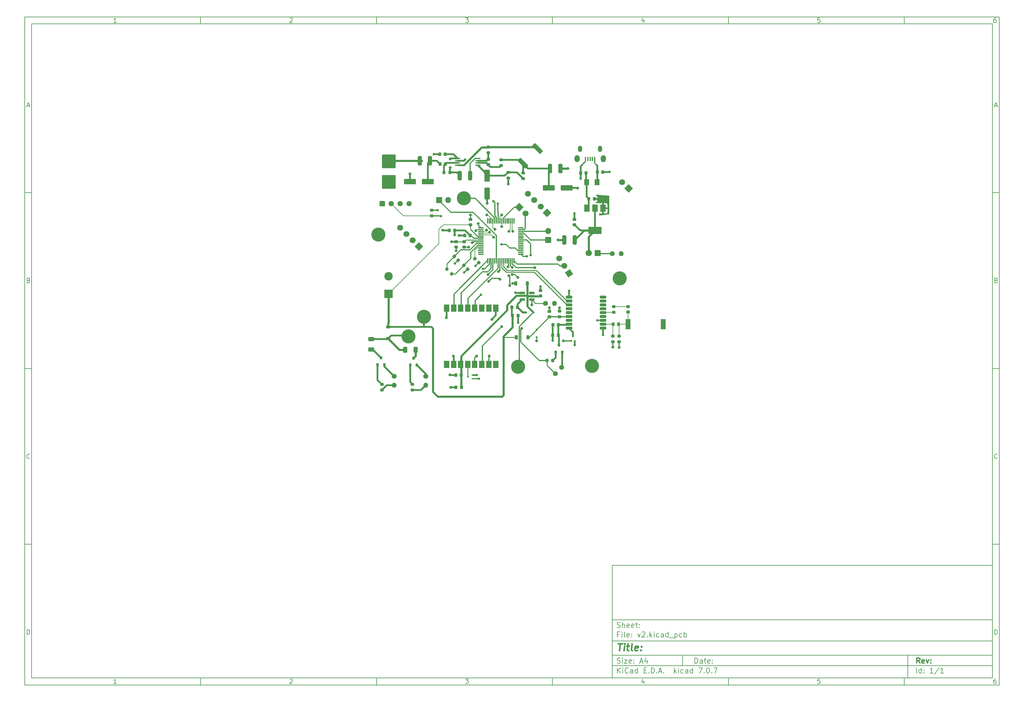
<source format=gtl>
%TF.GenerationSoftware,KiCad,Pcbnew,7.0.7*%
%TF.CreationDate,2024-09-06T13:37:17+03:00*%
%TF.ProjectId,v2,76322e6b-6963-4616-945f-706362585858,rev?*%
%TF.SameCoordinates,Original*%
%TF.FileFunction,Copper,L1,Top*%
%TF.FilePolarity,Positive*%
%FSLAX46Y46*%
G04 Gerber Fmt 4.6, Leading zero omitted, Abs format (unit mm)*
G04 Created by KiCad (PCBNEW 7.0.7) date 2024-09-06 13:37:17*
%MOMM*%
%LPD*%
G01*
G04 APERTURE LIST*
G04 Aperture macros list*
%AMRoundRect*
0 Rectangle with rounded corners*
0 $1 Rounding radius*
0 $2 $3 $4 $5 $6 $7 $8 $9 X,Y pos of 4 corners*
0 Add a 4 corners polygon primitive as box body*
4,1,4,$2,$3,$4,$5,$6,$7,$8,$9,$2,$3,0*
0 Add four circle primitives for the rounded corners*
1,1,$1+$1,$2,$3*
1,1,$1+$1,$4,$5*
1,1,$1+$1,$6,$7*
1,1,$1+$1,$8,$9*
0 Add four rect primitives between the rounded corners*
20,1,$1+$1,$2,$3,$4,$5,0*
20,1,$1+$1,$4,$5,$6,$7,0*
20,1,$1+$1,$6,$7,$8,$9,0*
20,1,$1+$1,$8,$9,$2,$3,0*%
%AMHorizOval*
0 Thick line with rounded ends*
0 $1 width*
0 $2 $3 position (X,Y) of the first rounded end (center of the circle)*
0 $4 $5 position (X,Y) of the second rounded end (center of the circle)*
0 Add line between two ends*
20,1,$1,$2,$3,$4,$5,0*
0 Add two circle primitives to create the rounded ends*
1,1,$1,$2,$3*
1,1,$1,$4,$5*%
%AMRotRect*
0 Rectangle, with rotation*
0 The origin of the aperture is its center*
0 $1 length*
0 $2 width*
0 $3 Rotation angle, in degrees counterclockwise*
0 Add horizontal line*
21,1,$1,$2,0,0,$3*%
G04 Aperture macros list end*
%ADD10C,0.100000*%
%ADD11C,0.150000*%
%ADD12C,0.300000*%
%ADD13C,0.400000*%
%TA.AperFunction,SMDPad,CuDef*%
%ADD14RoundRect,0.112500X0.187500X0.112500X-0.187500X0.112500X-0.187500X-0.112500X0.187500X-0.112500X0*%
%TD*%
%TA.AperFunction,SMDPad,CuDef*%
%ADD15RoundRect,0.225000X0.250000X-0.225000X0.250000X0.225000X-0.250000X0.225000X-0.250000X-0.225000X0*%
%TD*%
%TA.AperFunction,ComponentPad*%
%ADD16RoundRect,0.250002X-1.699998X-1.699998X1.699998X-1.699998X1.699998X1.699998X-1.699998X1.699998X0*%
%TD*%
%TA.AperFunction,SMDPad,CuDef*%
%ADD17RoundRect,0.225000X0.335876X0.017678X0.017678X0.335876X-0.335876X-0.017678X-0.017678X-0.335876X0*%
%TD*%
%TA.AperFunction,SMDPad,CuDef*%
%ADD18RoundRect,0.200000X0.275000X-0.200000X0.275000X0.200000X-0.275000X0.200000X-0.275000X-0.200000X0*%
%TD*%
%TA.AperFunction,SMDPad,CuDef*%
%ADD19RoundRect,0.075000X-0.700000X-0.075000X0.700000X-0.075000X0.700000X0.075000X-0.700000X0.075000X0*%
%TD*%
%TA.AperFunction,SMDPad,CuDef*%
%ADD20RoundRect,0.075000X-0.075000X-0.700000X0.075000X-0.700000X0.075000X0.700000X-0.075000X0.700000X0*%
%TD*%
%TA.AperFunction,SMDPad,CuDef*%
%ADD21RoundRect,0.250000X-0.312500X-1.075000X0.312500X-1.075000X0.312500X1.075000X-0.312500X1.075000X0*%
%TD*%
%TA.AperFunction,SMDPad,CuDef*%
%ADD22RoundRect,0.225000X0.225000X0.250000X-0.225000X0.250000X-0.225000X-0.250000X0.225000X-0.250000X0*%
%TD*%
%TA.AperFunction,SMDPad,CuDef*%
%ADD23RoundRect,0.225000X-0.250000X0.225000X-0.250000X-0.225000X0.250000X-0.225000X0.250000X0.225000X0*%
%TD*%
%TA.AperFunction,ComponentPad*%
%ADD24RotRect,1.700000X1.700000X225.000000*%
%TD*%
%TA.AperFunction,ComponentPad*%
%ADD25HorizOval,1.700000X0.000000X0.000000X0.000000X0.000000X0*%
%TD*%
%TA.AperFunction,SMDPad,CuDef*%
%ADD26RoundRect,0.225000X0.225000X0.375000X-0.225000X0.375000X-0.225000X-0.375000X0.225000X-0.375000X0*%
%TD*%
%TA.AperFunction,SMDPad,CuDef*%
%ADD27RoundRect,0.200000X-0.200000X-0.275000X0.200000X-0.275000X0.200000X0.275000X-0.200000X0.275000X0*%
%TD*%
%TA.AperFunction,SMDPad,CuDef*%
%ADD28RoundRect,0.250000X-1.412500X-0.550000X1.412500X-0.550000X1.412500X0.550000X-1.412500X0.550000X0*%
%TD*%
%TA.AperFunction,ComponentPad*%
%ADD29C,1.400000*%
%TD*%
%TA.AperFunction,ComponentPad*%
%ADD30O,1.400000X1.400000*%
%TD*%
%TA.AperFunction,SMDPad,CuDef*%
%ADD31R,0.800000X0.900000*%
%TD*%
%TA.AperFunction,SMDPad,CuDef*%
%ADD32RoundRect,0.250000X0.312500X1.075000X-0.312500X1.075000X-0.312500X-1.075000X0.312500X-1.075000X0*%
%TD*%
%TA.AperFunction,ComponentPad*%
%ADD33R,1.700000X1.700000*%
%TD*%
%TA.AperFunction,ComponentPad*%
%ADD34O,1.700000X1.700000*%
%TD*%
%TA.AperFunction,SMDPad,CuDef*%
%ADD35R,1.500000X2.000000*%
%TD*%
%TA.AperFunction,SMDPad,CuDef*%
%ADD36RoundRect,0.225000X-0.225000X-0.375000X0.225000X-0.375000X0.225000X0.375000X-0.225000X0.375000X0*%
%TD*%
%TA.AperFunction,ComponentPad*%
%ADD37C,4.000000*%
%TD*%
%TA.AperFunction,SMDPad,CuDef*%
%ADD38RoundRect,0.200000X-0.275000X0.200000X-0.275000X-0.200000X0.275000X-0.200000X0.275000X0.200000X0*%
%TD*%
%TA.AperFunction,ComponentPad*%
%ADD39RotRect,1.700000X1.700000X214.000000*%
%TD*%
%TA.AperFunction,ComponentPad*%
%ADD40HorizOval,1.700000X0.000000X0.000000X0.000000X0.000000X0*%
%TD*%
%TA.AperFunction,SMDPad,CuDef*%
%ADD41RoundRect,0.225000X-0.225000X-0.250000X0.225000X-0.250000X0.225000X0.250000X-0.225000X0.250000X0*%
%TD*%
%TA.AperFunction,SMDPad,CuDef*%
%ADD42RoundRect,0.112500X-0.112500X0.187500X-0.112500X-0.187500X0.112500X-0.187500X0.112500X0.187500X0*%
%TD*%
%TA.AperFunction,SMDPad,CuDef*%
%ADD43RoundRect,0.218750X-0.218750X-0.256250X0.218750X-0.256250X0.218750X0.256250X-0.218750X0.256250X0*%
%TD*%
%TA.AperFunction,SMDPad,CuDef*%
%ADD44R,0.450000X1.300000*%
%TD*%
%TA.AperFunction,ComponentPad*%
%ADD45O,1.450000X2.000000*%
%TD*%
%TA.AperFunction,ComponentPad*%
%ADD46O,1.150000X1.800000*%
%TD*%
%TA.AperFunction,SMDPad,CuDef*%
%ADD47R,0.510000X0.400000*%
%TD*%
%TA.AperFunction,ComponentPad*%
%ADD48R,1.800000X1.800000*%
%TD*%
%TA.AperFunction,ComponentPad*%
%ADD49C,1.800000*%
%TD*%
%TA.AperFunction,SMDPad,CuDef*%
%ADD50RoundRect,0.218750X0.256250X-0.218750X0.256250X0.218750X-0.256250X0.218750X-0.256250X-0.218750X0*%
%TD*%
%TA.AperFunction,ComponentPad*%
%ADD51R,2.400000X2.400000*%
%TD*%
%TA.AperFunction,ComponentPad*%
%ADD52C,2.400000*%
%TD*%
%TA.AperFunction,SMDPad,CuDef*%
%ADD53RoundRect,0.200000X-0.700000X-0.200000X0.700000X-0.200000X0.700000X0.200000X-0.700000X0.200000X0*%
%TD*%
%TA.AperFunction,SMDPad,CuDef*%
%ADD54RoundRect,0.250001X0.462499X0.624999X-0.462499X0.624999X-0.462499X-0.624999X0.462499X-0.624999X0*%
%TD*%
%TA.AperFunction,ComponentPad*%
%ADD55HorizOval,1.400000X0.000000X0.000000X0.000000X0.000000X0*%
%TD*%
%TA.AperFunction,SMDPad,CuDef*%
%ADD56RoundRect,0.100000X-0.637500X-0.100000X0.637500X-0.100000X0.637500X0.100000X-0.637500X0.100000X0*%
%TD*%
%TA.AperFunction,SMDPad,CuDef*%
%ADD57RoundRect,0.250000X-0.312500X-0.625000X0.312500X-0.625000X0.312500X0.625000X-0.312500X0.625000X0*%
%TD*%
%TA.AperFunction,SMDPad,CuDef*%
%ADD58RoundRect,0.225000X-0.375000X0.225000X-0.375000X-0.225000X0.375000X-0.225000X0.375000X0.225000X0*%
%TD*%
%TA.AperFunction,SMDPad,CuDef*%
%ADD59R,3.800000X2.000000*%
%TD*%
%TA.AperFunction,SMDPad,CuDef*%
%ADD60R,1.400000X3.000000*%
%TD*%
%TA.AperFunction,SMDPad,CuDef*%
%ADD61R,0.400000X0.510000*%
%TD*%
%TA.AperFunction,SMDPad,CuDef*%
%ADD62RoundRect,0.250000X-0.751301X1.263953X-1.263953X0.751301X0.751301X-1.263953X1.263953X-0.751301X0*%
%TD*%
%TA.AperFunction,ComponentPad*%
%ADD63C,1.000000*%
%TD*%
%TA.AperFunction,ComponentPad*%
%ADD64RotRect,1.700000X1.700000X45.000000*%
%TD*%
%TA.AperFunction,ComponentPad*%
%ADD65HorizOval,1.700000X0.000000X0.000000X0.000000X0.000000X0*%
%TD*%
%TA.AperFunction,SMDPad,CuDef*%
%ADD66R,1.560000X0.650000*%
%TD*%
%TA.AperFunction,SMDPad,CuDef*%
%ADD67RoundRect,0.250000X-0.550000X1.412500X-0.550000X-1.412500X0.550000X-1.412500X0.550000X1.412500X0*%
%TD*%
%TA.AperFunction,SMDPad,CuDef*%
%ADD68RoundRect,0.250000X-0.625000X0.312500X-0.625000X-0.312500X0.625000X-0.312500X0.625000X0.312500X0*%
%TD*%
%TA.AperFunction,SMDPad,CuDef*%
%ADD69RoundRect,0.250000X1.412500X0.550000X-1.412500X0.550000X-1.412500X-0.550000X1.412500X-0.550000X0*%
%TD*%
%TA.AperFunction,ComponentPad*%
%ADD70R,1.500000X1.500000*%
%TD*%
%TA.AperFunction,ComponentPad*%
%ADD71C,1.500000*%
%TD*%
%TA.AperFunction,ViaPad*%
%ADD72C,0.700000*%
%TD*%
%TA.AperFunction,ViaPad*%
%ADD73C,0.800000*%
%TD*%
%TA.AperFunction,Conductor*%
%ADD74C,0.600000*%
%TD*%
%TA.AperFunction,Conductor*%
%ADD75C,0.500000*%
%TD*%
%TA.AperFunction,Conductor*%
%ADD76C,0.300000*%
%TD*%
%TA.AperFunction,Conductor*%
%ADD77C,0.294000*%
%TD*%
%TA.AperFunction,Conductor*%
%ADD78C,0.349300*%
%TD*%
%TA.AperFunction,Conductor*%
%ADD79C,0.200000*%
%TD*%
%TA.AperFunction,Conductor*%
%ADD80C,0.250000*%
%TD*%
%TA.AperFunction,Conductor*%
%ADD81C,0.090000*%
%TD*%
%TA.AperFunction,Conductor*%
%ADD82C,0.156500*%
%TD*%
G04 APERTURE END LIST*
D10*
D11*
X177002200Y-166007200D02*
X285002200Y-166007200D01*
X285002200Y-198007200D01*
X177002200Y-198007200D01*
X177002200Y-166007200D01*
D10*
D11*
X10000000Y-10000000D02*
X287002200Y-10000000D01*
X287002200Y-200007200D01*
X10000000Y-200007200D01*
X10000000Y-10000000D01*
D10*
D11*
X12000000Y-12000000D02*
X285002200Y-12000000D01*
X285002200Y-198007200D01*
X12000000Y-198007200D01*
X12000000Y-12000000D01*
D10*
D11*
X60000000Y-12000000D02*
X60000000Y-10000000D01*
D10*
D11*
X110000000Y-12000000D02*
X110000000Y-10000000D01*
D10*
D11*
X160000000Y-12000000D02*
X160000000Y-10000000D01*
D10*
D11*
X210000000Y-12000000D02*
X210000000Y-10000000D01*
D10*
D11*
X260000000Y-12000000D02*
X260000000Y-10000000D01*
D10*
D11*
X36089160Y-11593604D02*
X35346303Y-11593604D01*
X35717731Y-11593604D02*
X35717731Y-10293604D01*
X35717731Y-10293604D02*
X35593922Y-10479319D01*
X35593922Y-10479319D02*
X35470112Y-10603128D01*
X35470112Y-10603128D02*
X35346303Y-10665033D01*
D10*
D11*
X85346303Y-10417414D02*
X85408207Y-10355509D01*
X85408207Y-10355509D02*
X85532017Y-10293604D01*
X85532017Y-10293604D02*
X85841541Y-10293604D01*
X85841541Y-10293604D02*
X85965350Y-10355509D01*
X85965350Y-10355509D02*
X86027255Y-10417414D01*
X86027255Y-10417414D02*
X86089160Y-10541223D01*
X86089160Y-10541223D02*
X86089160Y-10665033D01*
X86089160Y-10665033D02*
X86027255Y-10850747D01*
X86027255Y-10850747D02*
X85284398Y-11593604D01*
X85284398Y-11593604D02*
X86089160Y-11593604D01*
D10*
D11*
X135284398Y-10293604D02*
X136089160Y-10293604D01*
X136089160Y-10293604D02*
X135655826Y-10788842D01*
X135655826Y-10788842D02*
X135841541Y-10788842D01*
X135841541Y-10788842D02*
X135965350Y-10850747D01*
X135965350Y-10850747D02*
X136027255Y-10912652D01*
X136027255Y-10912652D02*
X136089160Y-11036461D01*
X136089160Y-11036461D02*
X136089160Y-11345985D01*
X136089160Y-11345985D02*
X136027255Y-11469795D01*
X136027255Y-11469795D02*
X135965350Y-11531700D01*
X135965350Y-11531700D02*
X135841541Y-11593604D01*
X135841541Y-11593604D02*
X135470112Y-11593604D01*
X135470112Y-11593604D02*
X135346303Y-11531700D01*
X135346303Y-11531700D02*
X135284398Y-11469795D01*
D10*
D11*
X185965350Y-10726938D02*
X185965350Y-11593604D01*
X185655826Y-10231700D02*
X185346303Y-11160271D01*
X185346303Y-11160271D02*
X186151064Y-11160271D01*
D10*
D11*
X236027255Y-10293604D02*
X235408207Y-10293604D01*
X235408207Y-10293604D02*
X235346303Y-10912652D01*
X235346303Y-10912652D02*
X235408207Y-10850747D01*
X235408207Y-10850747D02*
X235532017Y-10788842D01*
X235532017Y-10788842D02*
X235841541Y-10788842D01*
X235841541Y-10788842D02*
X235965350Y-10850747D01*
X235965350Y-10850747D02*
X236027255Y-10912652D01*
X236027255Y-10912652D02*
X236089160Y-11036461D01*
X236089160Y-11036461D02*
X236089160Y-11345985D01*
X236089160Y-11345985D02*
X236027255Y-11469795D01*
X236027255Y-11469795D02*
X235965350Y-11531700D01*
X235965350Y-11531700D02*
X235841541Y-11593604D01*
X235841541Y-11593604D02*
X235532017Y-11593604D01*
X235532017Y-11593604D02*
X235408207Y-11531700D01*
X235408207Y-11531700D02*
X235346303Y-11469795D01*
D10*
D11*
X285965350Y-10293604D02*
X285717731Y-10293604D01*
X285717731Y-10293604D02*
X285593922Y-10355509D01*
X285593922Y-10355509D02*
X285532017Y-10417414D01*
X285532017Y-10417414D02*
X285408207Y-10603128D01*
X285408207Y-10603128D02*
X285346303Y-10850747D01*
X285346303Y-10850747D02*
X285346303Y-11345985D01*
X285346303Y-11345985D02*
X285408207Y-11469795D01*
X285408207Y-11469795D02*
X285470112Y-11531700D01*
X285470112Y-11531700D02*
X285593922Y-11593604D01*
X285593922Y-11593604D02*
X285841541Y-11593604D01*
X285841541Y-11593604D02*
X285965350Y-11531700D01*
X285965350Y-11531700D02*
X286027255Y-11469795D01*
X286027255Y-11469795D02*
X286089160Y-11345985D01*
X286089160Y-11345985D02*
X286089160Y-11036461D01*
X286089160Y-11036461D02*
X286027255Y-10912652D01*
X286027255Y-10912652D02*
X285965350Y-10850747D01*
X285965350Y-10850747D02*
X285841541Y-10788842D01*
X285841541Y-10788842D02*
X285593922Y-10788842D01*
X285593922Y-10788842D02*
X285470112Y-10850747D01*
X285470112Y-10850747D02*
X285408207Y-10912652D01*
X285408207Y-10912652D02*
X285346303Y-11036461D01*
D10*
D11*
X60000000Y-198007200D02*
X60000000Y-200007200D01*
D10*
D11*
X110000000Y-198007200D02*
X110000000Y-200007200D01*
D10*
D11*
X160000000Y-198007200D02*
X160000000Y-200007200D01*
D10*
D11*
X210000000Y-198007200D02*
X210000000Y-200007200D01*
D10*
D11*
X260000000Y-198007200D02*
X260000000Y-200007200D01*
D10*
D11*
X36089160Y-199600804D02*
X35346303Y-199600804D01*
X35717731Y-199600804D02*
X35717731Y-198300804D01*
X35717731Y-198300804D02*
X35593922Y-198486519D01*
X35593922Y-198486519D02*
X35470112Y-198610328D01*
X35470112Y-198610328D02*
X35346303Y-198672233D01*
D10*
D11*
X85346303Y-198424614D02*
X85408207Y-198362709D01*
X85408207Y-198362709D02*
X85532017Y-198300804D01*
X85532017Y-198300804D02*
X85841541Y-198300804D01*
X85841541Y-198300804D02*
X85965350Y-198362709D01*
X85965350Y-198362709D02*
X86027255Y-198424614D01*
X86027255Y-198424614D02*
X86089160Y-198548423D01*
X86089160Y-198548423D02*
X86089160Y-198672233D01*
X86089160Y-198672233D02*
X86027255Y-198857947D01*
X86027255Y-198857947D02*
X85284398Y-199600804D01*
X85284398Y-199600804D02*
X86089160Y-199600804D01*
D10*
D11*
X135284398Y-198300804D02*
X136089160Y-198300804D01*
X136089160Y-198300804D02*
X135655826Y-198796042D01*
X135655826Y-198796042D02*
X135841541Y-198796042D01*
X135841541Y-198796042D02*
X135965350Y-198857947D01*
X135965350Y-198857947D02*
X136027255Y-198919852D01*
X136027255Y-198919852D02*
X136089160Y-199043661D01*
X136089160Y-199043661D02*
X136089160Y-199353185D01*
X136089160Y-199353185D02*
X136027255Y-199476995D01*
X136027255Y-199476995D02*
X135965350Y-199538900D01*
X135965350Y-199538900D02*
X135841541Y-199600804D01*
X135841541Y-199600804D02*
X135470112Y-199600804D01*
X135470112Y-199600804D02*
X135346303Y-199538900D01*
X135346303Y-199538900D02*
X135284398Y-199476995D01*
D10*
D11*
X185965350Y-198734138D02*
X185965350Y-199600804D01*
X185655826Y-198238900D02*
X185346303Y-199167471D01*
X185346303Y-199167471D02*
X186151064Y-199167471D01*
D10*
D11*
X236027255Y-198300804D02*
X235408207Y-198300804D01*
X235408207Y-198300804D02*
X235346303Y-198919852D01*
X235346303Y-198919852D02*
X235408207Y-198857947D01*
X235408207Y-198857947D02*
X235532017Y-198796042D01*
X235532017Y-198796042D02*
X235841541Y-198796042D01*
X235841541Y-198796042D02*
X235965350Y-198857947D01*
X235965350Y-198857947D02*
X236027255Y-198919852D01*
X236027255Y-198919852D02*
X236089160Y-199043661D01*
X236089160Y-199043661D02*
X236089160Y-199353185D01*
X236089160Y-199353185D02*
X236027255Y-199476995D01*
X236027255Y-199476995D02*
X235965350Y-199538900D01*
X235965350Y-199538900D02*
X235841541Y-199600804D01*
X235841541Y-199600804D02*
X235532017Y-199600804D01*
X235532017Y-199600804D02*
X235408207Y-199538900D01*
X235408207Y-199538900D02*
X235346303Y-199476995D01*
D10*
D11*
X285965350Y-198300804D02*
X285717731Y-198300804D01*
X285717731Y-198300804D02*
X285593922Y-198362709D01*
X285593922Y-198362709D02*
X285532017Y-198424614D01*
X285532017Y-198424614D02*
X285408207Y-198610328D01*
X285408207Y-198610328D02*
X285346303Y-198857947D01*
X285346303Y-198857947D02*
X285346303Y-199353185D01*
X285346303Y-199353185D02*
X285408207Y-199476995D01*
X285408207Y-199476995D02*
X285470112Y-199538900D01*
X285470112Y-199538900D02*
X285593922Y-199600804D01*
X285593922Y-199600804D02*
X285841541Y-199600804D01*
X285841541Y-199600804D02*
X285965350Y-199538900D01*
X285965350Y-199538900D02*
X286027255Y-199476995D01*
X286027255Y-199476995D02*
X286089160Y-199353185D01*
X286089160Y-199353185D02*
X286089160Y-199043661D01*
X286089160Y-199043661D02*
X286027255Y-198919852D01*
X286027255Y-198919852D02*
X285965350Y-198857947D01*
X285965350Y-198857947D02*
X285841541Y-198796042D01*
X285841541Y-198796042D02*
X285593922Y-198796042D01*
X285593922Y-198796042D02*
X285470112Y-198857947D01*
X285470112Y-198857947D02*
X285408207Y-198919852D01*
X285408207Y-198919852D02*
X285346303Y-199043661D01*
D10*
D11*
X10000000Y-60000000D02*
X12000000Y-60000000D01*
D10*
D11*
X10000000Y-110000000D02*
X12000000Y-110000000D01*
D10*
D11*
X10000000Y-160000000D02*
X12000000Y-160000000D01*
D10*
D11*
X10690476Y-35222176D02*
X11309523Y-35222176D01*
X10566666Y-35593604D02*
X10999999Y-34293604D01*
X10999999Y-34293604D02*
X11433333Y-35593604D01*
D10*
D11*
X11092857Y-84912652D02*
X11278571Y-84974557D01*
X11278571Y-84974557D02*
X11340476Y-85036461D01*
X11340476Y-85036461D02*
X11402380Y-85160271D01*
X11402380Y-85160271D02*
X11402380Y-85345985D01*
X11402380Y-85345985D02*
X11340476Y-85469795D01*
X11340476Y-85469795D02*
X11278571Y-85531700D01*
X11278571Y-85531700D02*
X11154761Y-85593604D01*
X11154761Y-85593604D02*
X10659523Y-85593604D01*
X10659523Y-85593604D02*
X10659523Y-84293604D01*
X10659523Y-84293604D02*
X11092857Y-84293604D01*
X11092857Y-84293604D02*
X11216666Y-84355509D01*
X11216666Y-84355509D02*
X11278571Y-84417414D01*
X11278571Y-84417414D02*
X11340476Y-84541223D01*
X11340476Y-84541223D02*
X11340476Y-84665033D01*
X11340476Y-84665033D02*
X11278571Y-84788842D01*
X11278571Y-84788842D02*
X11216666Y-84850747D01*
X11216666Y-84850747D02*
X11092857Y-84912652D01*
X11092857Y-84912652D02*
X10659523Y-84912652D01*
D10*
D11*
X11402380Y-135469795D02*
X11340476Y-135531700D01*
X11340476Y-135531700D02*
X11154761Y-135593604D01*
X11154761Y-135593604D02*
X11030952Y-135593604D01*
X11030952Y-135593604D02*
X10845238Y-135531700D01*
X10845238Y-135531700D02*
X10721428Y-135407890D01*
X10721428Y-135407890D02*
X10659523Y-135284080D01*
X10659523Y-135284080D02*
X10597619Y-135036461D01*
X10597619Y-135036461D02*
X10597619Y-134850747D01*
X10597619Y-134850747D02*
X10659523Y-134603128D01*
X10659523Y-134603128D02*
X10721428Y-134479319D01*
X10721428Y-134479319D02*
X10845238Y-134355509D01*
X10845238Y-134355509D02*
X11030952Y-134293604D01*
X11030952Y-134293604D02*
X11154761Y-134293604D01*
X11154761Y-134293604D02*
X11340476Y-134355509D01*
X11340476Y-134355509D02*
X11402380Y-134417414D01*
D10*
D11*
X10659523Y-185593604D02*
X10659523Y-184293604D01*
X10659523Y-184293604D02*
X10969047Y-184293604D01*
X10969047Y-184293604D02*
X11154761Y-184355509D01*
X11154761Y-184355509D02*
X11278571Y-184479319D01*
X11278571Y-184479319D02*
X11340476Y-184603128D01*
X11340476Y-184603128D02*
X11402380Y-184850747D01*
X11402380Y-184850747D02*
X11402380Y-185036461D01*
X11402380Y-185036461D02*
X11340476Y-185284080D01*
X11340476Y-185284080D02*
X11278571Y-185407890D01*
X11278571Y-185407890D02*
X11154761Y-185531700D01*
X11154761Y-185531700D02*
X10969047Y-185593604D01*
X10969047Y-185593604D02*
X10659523Y-185593604D01*
D10*
D11*
X287002200Y-60000000D02*
X285002200Y-60000000D01*
D10*
D11*
X287002200Y-110000000D02*
X285002200Y-110000000D01*
D10*
D11*
X287002200Y-160000000D02*
X285002200Y-160000000D01*
D10*
D11*
X285692676Y-35222176D02*
X286311723Y-35222176D01*
X285568866Y-35593604D02*
X286002199Y-34293604D01*
X286002199Y-34293604D02*
X286435533Y-35593604D01*
D10*
D11*
X286095057Y-84912652D02*
X286280771Y-84974557D01*
X286280771Y-84974557D02*
X286342676Y-85036461D01*
X286342676Y-85036461D02*
X286404580Y-85160271D01*
X286404580Y-85160271D02*
X286404580Y-85345985D01*
X286404580Y-85345985D02*
X286342676Y-85469795D01*
X286342676Y-85469795D02*
X286280771Y-85531700D01*
X286280771Y-85531700D02*
X286156961Y-85593604D01*
X286156961Y-85593604D02*
X285661723Y-85593604D01*
X285661723Y-85593604D02*
X285661723Y-84293604D01*
X285661723Y-84293604D02*
X286095057Y-84293604D01*
X286095057Y-84293604D02*
X286218866Y-84355509D01*
X286218866Y-84355509D02*
X286280771Y-84417414D01*
X286280771Y-84417414D02*
X286342676Y-84541223D01*
X286342676Y-84541223D02*
X286342676Y-84665033D01*
X286342676Y-84665033D02*
X286280771Y-84788842D01*
X286280771Y-84788842D02*
X286218866Y-84850747D01*
X286218866Y-84850747D02*
X286095057Y-84912652D01*
X286095057Y-84912652D02*
X285661723Y-84912652D01*
D10*
D11*
X286404580Y-135469795D02*
X286342676Y-135531700D01*
X286342676Y-135531700D02*
X286156961Y-135593604D01*
X286156961Y-135593604D02*
X286033152Y-135593604D01*
X286033152Y-135593604D02*
X285847438Y-135531700D01*
X285847438Y-135531700D02*
X285723628Y-135407890D01*
X285723628Y-135407890D02*
X285661723Y-135284080D01*
X285661723Y-135284080D02*
X285599819Y-135036461D01*
X285599819Y-135036461D02*
X285599819Y-134850747D01*
X285599819Y-134850747D02*
X285661723Y-134603128D01*
X285661723Y-134603128D02*
X285723628Y-134479319D01*
X285723628Y-134479319D02*
X285847438Y-134355509D01*
X285847438Y-134355509D02*
X286033152Y-134293604D01*
X286033152Y-134293604D02*
X286156961Y-134293604D01*
X286156961Y-134293604D02*
X286342676Y-134355509D01*
X286342676Y-134355509D02*
X286404580Y-134417414D01*
D10*
D11*
X285661723Y-185593604D02*
X285661723Y-184293604D01*
X285661723Y-184293604D02*
X285971247Y-184293604D01*
X285971247Y-184293604D02*
X286156961Y-184355509D01*
X286156961Y-184355509D02*
X286280771Y-184479319D01*
X286280771Y-184479319D02*
X286342676Y-184603128D01*
X286342676Y-184603128D02*
X286404580Y-184850747D01*
X286404580Y-184850747D02*
X286404580Y-185036461D01*
X286404580Y-185036461D02*
X286342676Y-185284080D01*
X286342676Y-185284080D02*
X286280771Y-185407890D01*
X286280771Y-185407890D02*
X286156961Y-185531700D01*
X286156961Y-185531700D02*
X285971247Y-185593604D01*
X285971247Y-185593604D02*
X285661723Y-185593604D01*
D10*
D11*
X200458026Y-193793328D02*
X200458026Y-192293328D01*
X200458026Y-192293328D02*
X200815169Y-192293328D01*
X200815169Y-192293328D02*
X201029455Y-192364757D01*
X201029455Y-192364757D02*
X201172312Y-192507614D01*
X201172312Y-192507614D02*
X201243741Y-192650471D01*
X201243741Y-192650471D02*
X201315169Y-192936185D01*
X201315169Y-192936185D02*
X201315169Y-193150471D01*
X201315169Y-193150471D02*
X201243741Y-193436185D01*
X201243741Y-193436185D02*
X201172312Y-193579042D01*
X201172312Y-193579042D02*
X201029455Y-193721900D01*
X201029455Y-193721900D02*
X200815169Y-193793328D01*
X200815169Y-193793328D02*
X200458026Y-193793328D01*
X202600884Y-193793328D02*
X202600884Y-193007614D01*
X202600884Y-193007614D02*
X202529455Y-192864757D01*
X202529455Y-192864757D02*
X202386598Y-192793328D01*
X202386598Y-192793328D02*
X202100884Y-192793328D01*
X202100884Y-192793328D02*
X201958026Y-192864757D01*
X202600884Y-193721900D02*
X202458026Y-193793328D01*
X202458026Y-193793328D02*
X202100884Y-193793328D01*
X202100884Y-193793328D02*
X201958026Y-193721900D01*
X201958026Y-193721900D02*
X201886598Y-193579042D01*
X201886598Y-193579042D02*
X201886598Y-193436185D01*
X201886598Y-193436185D02*
X201958026Y-193293328D01*
X201958026Y-193293328D02*
X202100884Y-193221900D01*
X202100884Y-193221900D02*
X202458026Y-193221900D01*
X202458026Y-193221900D02*
X202600884Y-193150471D01*
X203100884Y-192793328D02*
X203672312Y-192793328D01*
X203315169Y-192293328D02*
X203315169Y-193579042D01*
X203315169Y-193579042D02*
X203386598Y-193721900D01*
X203386598Y-193721900D02*
X203529455Y-193793328D01*
X203529455Y-193793328D02*
X203672312Y-193793328D01*
X204743741Y-193721900D02*
X204600884Y-193793328D01*
X204600884Y-193793328D02*
X204315170Y-193793328D01*
X204315170Y-193793328D02*
X204172312Y-193721900D01*
X204172312Y-193721900D02*
X204100884Y-193579042D01*
X204100884Y-193579042D02*
X204100884Y-193007614D01*
X204100884Y-193007614D02*
X204172312Y-192864757D01*
X204172312Y-192864757D02*
X204315170Y-192793328D01*
X204315170Y-192793328D02*
X204600884Y-192793328D01*
X204600884Y-192793328D02*
X204743741Y-192864757D01*
X204743741Y-192864757D02*
X204815170Y-193007614D01*
X204815170Y-193007614D02*
X204815170Y-193150471D01*
X204815170Y-193150471D02*
X204100884Y-193293328D01*
X205458026Y-193650471D02*
X205529455Y-193721900D01*
X205529455Y-193721900D02*
X205458026Y-193793328D01*
X205458026Y-193793328D02*
X205386598Y-193721900D01*
X205386598Y-193721900D02*
X205458026Y-193650471D01*
X205458026Y-193650471D02*
X205458026Y-193793328D01*
X205458026Y-192864757D02*
X205529455Y-192936185D01*
X205529455Y-192936185D02*
X205458026Y-193007614D01*
X205458026Y-193007614D02*
X205386598Y-192936185D01*
X205386598Y-192936185D02*
X205458026Y-192864757D01*
X205458026Y-192864757D02*
X205458026Y-193007614D01*
D10*
D11*
X177002200Y-194507200D02*
X285002200Y-194507200D01*
D10*
D11*
X178458026Y-196593328D02*
X178458026Y-195093328D01*
X179315169Y-196593328D02*
X178672312Y-195736185D01*
X179315169Y-195093328D02*
X178458026Y-195950471D01*
X179958026Y-196593328D02*
X179958026Y-195593328D01*
X179958026Y-195093328D02*
X179886598Y-195164757D01*
X179886598Y-195164757D02*
X179958026Y-195236185D01*
X179958026Y-195236185D02*
X180029455Y-195164757D01*
X180029455Y-195164757D02*
X179958026Y-195093328D01*
X179958026Y-195093328D02*
X179958026Y-195236185D01*
X181529455Y-196450471D02*
X181458027Y-196521900D01*
X181458027Y-196521900D02*
X181243741Y-196593328D01*
X181243741Y-196593328D02*
X181100884Y-196593328D01*
X181100884Y-196593328D02*
X180886598Y-196521900D01*
X180886598Y-196521900D02*
X180743741Y-196379042D01*
X180743741Y-196379042D02*
X180672312Y-196236185D01*
X180672312Y-196236185D02*
X180600884Y-195950471D01*
X180600884Y-195950471D02*
X180600884Y-195736185D01*
X180600884Y-195736185D02*
X180672312Y-195450471D01*
X180672312Y-195450471D02*
X180743741Y-195307614D01*
X180743741Y-195307614D02*
X180886598Y-195164757D01*
X180886598Y-195164757D02*
X181100884Y-195093328D01*
X181100884Y-195093328D02*
X181243741Y-195093328D01*
X181243741Y-195093328D02*
X181458027Y-195164757D01*
X181458027Y-195164757D02*
X181529455Y-195236185D01*
X182815170Y-196593328D02*
X182815170Y-195807614D01*
X182815170Y-195807614D02*
X182743741Y-195664757D01*
X182743741Y-195664757D02*
X182600884Y-195593328D01*
X182600884Y-195593328D02*
X182315170Y-195593328D01*
X182315170Y-195593328D02*
X182172312Y-195664757D01*
X182815170Y-196521900D02*
X182672312Y-196593328D01*
X182672312Y-196593328D02*
X182315170Y-196593328D01*
X182315170Y-196593328D02*
X182172312Y-196521900D01*
X182172312Y-196521900D02*
X182100884Y-196379042D01*
X182100884Y-196379042D02*
X182100884Y-196236185D01*
X182100884Y-196236185D02*
X182172312Y-196093328D01*
X182172312Y-196093328D02*
X182315170Y-196021900D01*
X182315170Y-196021900D02*
X182672312Y-196021900D01*
X182672312Y-196021900D02*
X182815170Y-195950471D01*
X184172313Y-196593328D02*
X184172313Y-195093328D01*
X184172313Y-196521900D02*
X184029455Y-196593328D01*
X184029455Y-196593328D02*
X183743741Y-196593328D01*
X183743741Y-196593328D02*
X183600884Y-196521900D01*
X183600884Y-196521900D02*
X183529455Y-196450471D01*
X183529455Y-196450471D02*
X183458027Y-196307614D01*
X183458027Y-196307614D02*
X183458027Y-195879042D01*
X183458027Y-195879042D02*
X183529455Y-195736185D01*
X183529455Y-195736185D02*
X183600884Y-195664757D01*
X183600884Y-195664757D02*
X183743741Y-195593328D01*
X183743741Y-195593328D02*
X184029455Y-195593328D01*
X184029455Y-195593328D02*
X184172313Y-195664757D01*
X186029455Y-195807614D02*
X186529455Y-195807614D01*
X186743741Y-196593328D02*
X186029455Y-196593328D01*
X186029455Y-196593328D02*
X186029455Y-195093328D01*
X186029455Y-195093328D02*
X186743741Y-195093328D01*
X187386598Y-196450471D02*
X187458027Y-196521900D01*
X187458027Y-196521900D02*
X187386598Y-196593328D01*
X187386598Y-196593328D02*
X187315170Y-196521900D01*
X187315170Y-196521900D02*
X187386598Y-196450471D01*
X187386598Y-196450471D02*
X187386598Y-196593328D01*
X188100884Y-196593328D02*
X188100884Y-195093328D01*
X188100884Y-195093328D02*
X188458027Y-195093328D01*
X188458027Y-195093328D02*
X188672313Y-195164757D01*
X188672313Y-195164757D02*
X188815170Y-195307614D01*
X188815170Y-195307614D02*
X188886599Y-195450471D01*
X188886599Y-195450471D02*
X188958027Y-195736185D01*
X188958027Y-195736185D02*
X188958027Y-195950471D01*
X188958027Y-195950471D02*
X188886599Y-196236185D01*
X188886599Y-196236185D02*
X188815170Y-196379042D01*
X188815170Y-196379042D02*
X188672313Y-196521900D01*
X188672313Y-196521900D02*
X188458027Y-196593328D01*
X188458027Y-196593328D02*
X188100884Y-196593328D01*
X189600884Y-196450471D02*
X189672313Y-196521900D01*
X189672313Y-196521900D02*
X189600884Y-196593328D01*
X189600884Y-196593328D02*
X189529456Y-196521900D01*
X189529456Y-196521900D02*
X189600884Y-196450471D01*
X189600884Y-196450471D02*
X189600884Y-196593328D01*
X190243742Y-196164757D02*
X190958028Y-196164757D01*
X190100885Y-196593328D02*
X190600885Y-195093328D01*
X190600885Y-195093328D02*
X191100885Y-196593328D01*
X191600884Y-196450471D02*
X191672313Y-196521900D01*
X191672313Y-196521900D02*
X191600884Y-196593328D01*
X191600884Y-196593328D02*
X191529456Y-196521900D01*
X191529456Y-196521900D02*
X191600884Y-196450471D01*
X191600884Y-196450471D02*
X191600884Y-196593328D01*
X194600884Y-196593328D02*
X194600884Y-195093328D01*
X194743742Y-196021900D02*
X195172313Y-196593328D01*
X195172313Y-195593328D02*
X194600884Y-196164757D01*
X195815170Y-196593328D02*
X195815170Y-195593328D01*
X195815170Y-195093328D02*
X195743742Y-195164757D01*
X195743742Y-195164757D02*
X195815170Y-195236185D01*
X195815170Y-195236185D02*
X195886599Y-195164757D01*
X195886599Y-195164757D02*
X195815170Y-195093328D01*
X195815170Y-195093328D02*
X195815170Y-195236185D01*
X197172314Y-196521900D02*
X197029456Y-196593328D01*
X197029456Y-196593328D02*
X196743742Y-196593328D01*
X196743742Y-196593328D02*
X196600885Y-196521900D01*
X196600885Y-196521900D02*
X196529456Y-196450471D01*
X196529456Y-196450471D02*
X196458028Y-196307614D01*
X196458028Y-196307614D02*
X196458028Y-195879042D01*
X196458028Y-195879042D02*
X196529456Y-195736185D01*
X196529456Y-195736185D02*
X196600885Y-195664757D01*
X196600885Y-195664757D02*
X196743742Y-195593328D01*
X196743742Y-195593328D02*
X197029456Y-195593328D01*
X197029456Y-195593328D02*
X197172314Y-195664757D01*
X198458028Y-196593328D02*
X198458028Y-195807614D01*
X198458028Y-195807614D02*
X198386599Y-195664757D01*
X198386599Y-195664757D02*
X198243742Y-195593328D01*
X198243742Y-195593328D02*
X197958028Y-195593328D01*
X197958028Y-195593328D02*
X197815170Y-195664757D01*
X198458028Y-196521900D02*
X198315170Y-196593328D01*
X198315170Y-196593328D02*
X197958028Y-196593328D01*
X197958028Y-196593328D02*
X197815170Y-196521900D01*
X197815170Y-196521900D02*
X197743742Y-196379042D01*
X197743742Y-196379042D02*
X197743742Y-196236185D01*
X197743742Y-196236185D02*
X197815170Y-196093328D01*
X197815170Y-196093328D02*
X197958028Y-196021900D01*
X197958028Y-196021900D02*
X198315170Y-196021900D01*
X198315170Y-196021900D02*
X198458028Y-195950471D01*
X199815171Y-196593328D02*
X199815171Y-195093328D01*
X199815171Y-196521900D02*
X199672313Y-196593328D01*
X199672313Y-196593328D02*
X199386599Y-196593328D01*
X199386599Y-196593328D02*
X199243742Y-196521900D01*
X199243742Y-196521900D02*
X199172313Y-196450471D01*
X199172313Y-196450471D02*
X199100885Y-196307614D01*
X199100885Y-196307614D02*
X199100885Y-195879042D01*
X199100885Y-195879042D02*
X199172313Y-195736185D01*
X199172313Y-195736185D02*
X199243742Y-195664757D01*
X199243742Y-195664757D02*
X199386599Y-195593328D01*
X199386599Y-195593328D02*
X199672313Y-195593328D01*
X199672313Y-195593328D02*
X199815171Y-195664757D01*
X201529456Y-195093328D02*
X202529456Y-195093328D01*
X202529456Y-195093328D02*
X201886599Y-196593328D01*
X203100884Y-196450471D02*
X203172313Y-196521900D01*
X203172313Y-196521900D02*
X203100884Y-196593328D01*
X203100884Y-196593328D02*
X203029456Y-196521900D01*
X203029456Y-196521900D02*
X203100884Y-196450471D01*
X203100884Y-196450471D02*
X203100884Y-196593328D01*
X204100885Y-195093328D02*
X204243742Y-195093328D01*
X204243742Y-195093328D02*
X204386599Y-195164757D01*
X204386599Y-195164757D02*
X204458028Y-195236185D01*
X204458028Y-195236185D02*
X204529456Y-195379042D01*
X204529456Y-195379042D02*
X204600885Y-195664757D01*
X204600885Y-195664757D02*
X204600885Y-196021900D01*
X204600885Y-196021900D02*
X204529456Y-196307614D01*
X204529456Y-196307614D02*
X204458028Y-196450471D01*
X204458028Y-196450471D02*
X204386599Y-196521900D01*
X204386599Y-196521900D02*
X204243742Y-196593328D01*
X204243742Y-196593328D02*
X204100885Y-196593328D01*
X204100885Y-196593328D02*
X203958028Y-196521900D01*
X203958028Y-196521900D02*
X203886599Y-196450471D01*
X203886599Y-196450471D02*
X203815170Y-196307614D01*
X203815170Y-196307614D02*
X203743742Y-196021900D01*
X203743742Y-196021900D02*
X203743742Y-195664757D01*
X203743742Y-195664757D02*
X203815170Y-195379042D01*
X203815170Y-195379042D02*
X203886599Y-195236185D01*
X203886599Y-195236185D02*
X203958028Y-195164757D01*
X203958028Y-195164757D02*
X204100885Y-195093328D01*
X205243741Y-196450471D02*
X205315170Y-196521900D01*
X205315170Y-196521900D02*
X205243741Y-196593328D01*
X205243741Y-196593328D02*
X205172313Y-196521900D01*
X205172313Y-196521900D02*
X205243741Y-196450471D01*
X205243741Y-196450471D02*
X205243741Y-196593328D01*
X205815170Y-195093328D02*
X206815170Y-195093328D01*
X206815170Y-195093328D02*
X206172313Y-196593328D01*
D10*
D11*
X177002200Y-191507200D02*
X285002200Y-191507200D01*
D10*
D12*
X264413853Y-193785528D02*
X263913853Y-193071242D01*
X263556710Y-193785528D02*
X263556710Y-192285528D01*
X263556710Y-192285528D02*
X264128139Y-192285528D01*
X264128139Y-192285528D02*
X264270996Y-192356957D01*
X264270996Y-192356957D02*
X264342425Y-192428385D01*
X264342425Y-192428385D02*
X264413853Y-192571242D01*
X264413853Y-192571242D02*
X264413853Y-192785528D01*
X264413853Y-192785528D02*
X264342425Y-192928385D01*
X264342425Y-192928385D02*
X264270996Y-192999814D01*
X264270996Y-192999814D02*
X264128139Y-193071242D01*
X264128139Y-193071242D02*
X263556710Y-193071242D01*
X265628139Y-193714100D02*
X265485282Y-193785528D01*
X265485282Y-193785528D02*
X265199568Y-193785528D01*
X265199568Y-193785528D02*
X265056710Y-193714100D01*
X265056710Y-193714100D02*
X264985282Y-193571242D01*
X264985282Y-193571242D02*
X264985282Y-192999814D01*
X264985282Y-192999814D02*
X265056710Y-192856957D01*
X265056710Y-192856957D02*
X265199568Y-192785528D01*
X265199568Y-192785528D02*
X265485282Y-192785528D01*
X265485282Y-192785528D02*
X265628139Y-192856957D01*
X265628139Y-192856957D02*
X265699568Y-192999814D01*
X265699568Y-192999814D02*
X265699568Y-193142671D01*
X265699568Y-193142671D02*
X264985282Y-193285528D01*
X266199567Y-192785528D02*
X266556710Y-193785528D01*
X266556710Y-193785528D02*
X266913853Y-192785528D01*
X267485281Y-193642671D02*
X267556710Y-193714100D01*
X267556710Y-193714100D02*
X267485281Y-193785528D01*
X267485281Y-193785528D02*
X267413853Y-193714100D01*
X267413853Y-193714100D02*
X267485281Y-193642671D01*
X267485281Y-193642671D02*
X267485281Y-193785528D01*
X267485281Y-192856957D02*
X267556710Y-192928385D01*
X267556710Y-192928385D02*
X267485281Y-192999814D01*
X267485281Y-192999814D02*
X267413853Y-192928385D01*
X267413853Y-192928385D02*
X267485281Y-192856957D01*
X267485281Y-192856957D02*
X267485281Y-192999814D01*
D10*
D11*
X178386598Y-193721900D02*
X178600884Y-193793328D01*
X178600884Y-193793328D02*
X178958026Y-193793328D01*
X178958026Y-193793328D02*
X179100884Y-193721900D01*
X179100884Y-193721900D02*
X179172312Y-193650471D01*
X179172312Y-193650471D02*
X179243741Y-193507614D01*
X179243741Y-193507614D02*
X179243741Y-193364757D01*
X179243741Y-193364757D02*
X179172312Y-193221900D01*
X179172312Y-193221900D02*
X179100884Y-193150471D01*
X179100884Y-193150471D02*
X178958026Y-193079042D01*
X178958026Y-193079042D02*
X178672312Y-193007614D01*
X178672312Y-193007614D02*
X178529455Y-192936185D01*
X178529455Y-192936185D02*
X178458026Y-192864757D01*
X178458026Y-192864757D02*
X178386598Y-192721900D01*
X178386598Y-192721900D02*
X178386598Y-192579042D01*
X178386598Y-192579042D02*
X178458026Y-192436185D01*
X178458026Y-192436185D02*
X178529455Y-192364757D01*
X178529455Y-192364757D02*
X178672312Y-192293328D01*
X178672312Y-192293328D02*
X179029455Y-192293328D01*
X179029455Y-192293328D02*
X179243741Y-192364757D01*
X179886597Y-193793328D02*
X179886597Y-192793328D01*
X179886597Y-192293328D02*
X179815169Y-192364757D01*
X179815169Y-192364757D02*
X179886597Y-192436185D01*
X179886597Y-192436185D02*
X179958026Y-192364757D01*
X179958026Y-192364757D02*
X179886597Y-192293328D01*
X179886597Y-192293328D02*
X179886597Y-192436185D01*
X180458026Y-192793328D02*
X181243741Y-192793328D01*
X181243741Y-192793328D02*
X180458026Y-193793328D01*
X180458026Y-193793328D02*
X181243741Y-193793328D01*
X182386598Y-193721900D02*
X182243741Y-193793328D01*
X182243741Y-193793328D02*
X181958027Y-193793328D01*
X181958027Y-193793328D02*
X181815169Y-193721900D01*
X181815169Y-193721900D02*
X181743741Y-193579042D01*
X181743741Y-193579042D02*
X181743741Y-193007614D01*
X181743741Y-193007614D02*
X181815169Y-192864757D01*
X181815169Y-192864757D02*
X181958027Y-192793328D01*
X181958027Y-192793328D02*
X182243741Y-192793328D01*
X182243741Y-192793328D02*
X182386598Y-192864757D01*
X182386598Y-192864757D02*
X182458027Y-193007614D01*
X182458027Y-193007614D02*
X182458027Y-193150471D01*
X182458027Y-193150471D02*
X181743741Y-193293328D01*
X183100883Y-193650471D02*
X183172312Y-193721900D01*
X183172312Y-193721900D02*
X183100883Y-193793328D01*
X183100883Y-193793328D02*
X183029455Y-193721900D01*
X183029455Y-193721900D02*
X183100883Y-193650471D01*
X183100883Y-193650471D02*
X183100883Y-193793328D01*
X183100883Y-192864757D02*
X183172312Y-192936185D01*
X183172312Y-192936185D02*
X183100883Y-193007614D01*
X183100883Y-193007614D02*
X183029455Y-192936185D01*
X183029455Y-192936185D02*
X183100883Y-192864757D01*
X183100883Y-192864757D02*
X183100883Y-193007614D01*
X184886598Y-193364757D02*
X185600884Y-193364757D01*
X184743741Y-193793328D02*
X185243741Y-192293328D01*
X185243741Y-192293328D02*
X185743741Y-193793328D01*
X186886598Y-192793328D02*
X186886598Y-193793328D01*
X186529455Y-192221900D02*
X186172312Y-193293328D01*
X186172312Y-193293328D02*
X187100883Y-193293328D01*
D10*
D11*
X263458026Y-196593328D02*
X263458026Y-195093328D01*
X264815170Y-196593328D02*
X264815170Y-195093328D01*
X264815170Y-196521900D02*
X264672312Y-196593328D01*
X264672312Y-196593328D02*
X264386598Y-196593328D01*
X264386598Y-196593328D02*
X264243741Y-196521900D01*
X264243741Y-196521900D02*
X264172312Y-196450471D01*
X264172312Y-196450471D02*
X264100884Y-196307614D01*
X264100884Y-196307614D02*
X264100884Y-195879042D01*
X264100884Y-195879042D02*
X264172312Y-195736185D01*
X264172312Y-195736185D02*
X264243741Y-195664757D01*
X264243741Y-195664757D02*
X264386598Y-195593328D01*
X264386598Y-195593328D02*
X264672312Y-195593328D01*
X264672312Y-195593328D02*
X264815170Y-195664757D01*
X265529455Y-196450471D02*
X265600884Y-196521900D01*
X265600884Y-196521900D02*
X265529455Y-196593328D01*
X265529455Y-196593328D02*
X265458027Y-196521900D01*
X265458027Y-196521900D02*
X265529455Y-196450471D01*
X265529455Y-196450471D02*
X265529455Y-196593328D01*
X265529455Y-195664757D02*
X265600884Y-195736185D01*
X265600884Y-195736185D02*
X265529455Y-195807614D01*
X265529455Y-195807614D02*
X265458027Y-195736185D01*
X265458027Y-195736185D02*
X265529455Y-195664757D01*
X265529455Y-195664757D02*
X265529455Y-195807614D01*
X268172313Y-196593328D02*
X267315170Y-196593328D01*
X267743741Y-196593328D02*
X267743741Y-195093328D01*
X267743741Y-195093328D02*
X267600884Y-195307614D01*
X267600884Y-195307614D02*
X267458027Y-195450471D01*
X267458027Y-195450471D02*
X267315170Y-195521900D01*
X269886598Y-195021900D02*
X268600884Y-196950471D01*
X271172313Y-196593328D02*
X270315170Y-196593328D01*
X270743741Y-196593328D02*
X270743741Y-195093328D01*
X270743741Y-195093328D02*
X270600884Y-195307614D01*
X270600884Y-195307614D02*
X270458027Y-195450471D01*
X270458027Y-195450471D02*
X270315170Y-195521900D01*
D10*
D11*
X177002200Y-187507200D02*
X285002200Y-187507200D01*
D10*
D13*
X178693928Y-188211638D02*
X179836785Y-188211638D01*
X179015357Y-190211638D02*
X179265357Y-188211638D01*
X180253452Y-190211638D02*
X180420119Y-188878304D01*
X180503452Y-188211638D02*
X180396309Y-188306876D01*
X180396309Y-188306876D02*
X180479643Y-188402114D01*
X180479643Y-188402114D02*
X180586786Y-188306876D01*
X180586786Y-188306876D02*
X180503452Y-188211638D01*
X180503452Y-188211638D02*
X180479643Y-188402114D01*
X181086786Y-188878304D02*
X181848690Y-188878304D01*
X181455833Y-188211638D02*
X181241548Y-189925923D01*
X181241548Y-189925923D02*
X181312976Y-190116400D01*
X181312976Y-190116400D02*
X181491548Y-190211638D01*
X181491548Y-190211638D02*
X181682024Y-190211638D01*
X182634405Y-190211638D02*
X182455833Y-190116400D01*
X182455833Y-190116400D02*
X182384405Y-189925923D01*
X182384405Y-189925923D02*
X182598690Y-188211638D01*
X184170119Y-190116400D02*
X183967738Y-190211638D01*
X183967738Y-190211638D02*
X183586785Y-190211638D01*
X183586785Y-190211638D02*
X183408214Y-190116400D01*
X183408214Y-190116400D02*
X183336785Y-189925923D01*
X183336785Y-189925923D02*
X183432024Y-189164019D01*
X183432024Y-189164019D02*
X183551071Y-188973542D01*
X183551071Y-188973542D02*
X183753452Y-188878304D01*
X183753452Y-188878304D02*
X184134404Y-188878304D01*
X184134404Y-188878304D02*
X184312976Y-188973542D01*
X184312976Y-188973542D02*
X184384404Y-189164019D01*
X184384404Y-189164019D02*
X184360595Y-189354495D01*
X184360595Y-189354495D02*
X183384404Y-189544971D01*
X185134405Y-190021161D02*
X185217738Y-190116400D01*
X185217738Y-190116400D02*
X185110595Y-190211638D01*
X185110595Y-190211638D02*
X185027262Y-190116400D01*
X185027262Y-190116400D02*
X185134405Y-190021161D01*
X185134405Y-190021161D02*
X185110595Y-190211638D01*
X185265357Y-188973542D02*
X185348690Y-189068780D01*
X185348690Y-189068780D02*
X185241548Y-189164019D01*
X185241548Y-189164019D02*
X185158214Y-189068780D01*
X185158214Y-189068780D02*
X185265357Y-188973542D01*
X185265357Y-188973542D02*
X185241548Y-189164019D01*
D10*
D11*
X178958026Y-185607614D02*
X178458026Y-185607614D01*
X178458026Y-186393328D02*
X178458026Y-184893328D01*
X178458026Y-184893328D02*
X179172312Y-184893328D01*
X179743740Y-186393328D02*
X179743740Y-185393328D01*
X179743740Y-184893328D02*
X179672312Y-184964757D01*
X179672312Y-184964757D02*
X179743740Y-185036185D01*
X179743740Y-185036185D02*
X179815169Y-184964757D01*
X179815169Y-184964757D02*
X179743740Y-184893328D01*
X179743740Y-184893328D02*
X179743740Y-185036185D01*
X180672312Y-186393328D02*
X180529455Y-186321900D01*
X180529455Y-186321900D02*
X180458026Y-186179042D01*
X180458026Y-186179042D02*
X180458026Y-184893328D01*
X181815169Y-186321900D02*
X181672312Y-186393328D01*
X181672312Y-186393328D02*
X181386598Y-186393328D01*
X181386598Y-186393328D02*
X181243740Y-186321900D01*
X181243740Y-186321900D02*
X181172312Y-186179042D01*
X181172312Y-186179042D02*
X181172312Y-185607614D01*
X181172312Y-185607614D02*
X181243740Y-185464757D01*
X181243740Y-185464757D02*
X181386598Y-185393328D01*
X181386598Y-185393328D02*
X181672312Y-185393328D01*
X181672312Y-185393328D02*
X181815169Y-185464757D01*
X181815169Y-185464757D02*
X181886598Y-185607614D01*
X181886598Y-185607614D02*
X181886598Y-185750471D01*
X181886598Y-185750471D02*
X181172312Y-185893328D01*
X182529454Y-186250471D02*
X182600883Y-186321900D01*
X182600883Y-186321900D02*
X182529454Y-186393328D01*
X182529454Y-186393328D02*
X182458026Y-186321900D01*
X182458026Y-186321900D02*
X182529454Y-186250471D01*
X182529454Y-186250471D02*
X182529454Y-186393328D01*
X182529454Y-185464757D02*
X182600883Y-185536185D01*
X182600883Y-185536185D02*
X182529454Y-185607614D01*
X182529454Y-185607614D02*
X182458026Y-185536185D01*
X182458026Y-185536185D02*
X182529454Y-185464757D01*
X182529454Y-185464757D02*
X182529454Y-185607614D01*
X184243740Y-185393328D02*
X184600883Y-186393328D01*
X184600883Y-186393328D02*
X184958026Y-185393328D01*
X185458026Y-185036185D02*
X185529454Y-184964757D01*
X185529454Y-184964757D02*
X185672312Y-184893328D01*
X185672312Y-184893328D02*
X186029454Y-184893328D01*
X186029454Y-184893328D02*
X186172312Y-184964757D01*
X186172312Y-184964757D02*
X186243740Y-185036185D01*
X186243740Y-185036185D02*
X186315169Y-185179042D01*
X186315169Y-185179042D02*
X186315169Y-185321900D01*
X186315169Y-185321900D02*
X186243740Y-185536185D01*
X186243740Y-185536185D02*
X185386597Y-186393328D01*
X185386597Y-186393328D02*
X186315169Y-186393328D01*
X186958025Y-186250471D02*
X187029454Y-186321900D01*
X187029454Y-186321900D02*
X186958025Y-186393328D01*
X186958025Y-186393328D02*
X186886597Y-186321900D01*
X186886597Y-186321900D02*
X186958025Y-186250471D01*
X186958025Y-186250471D02*
X186958025Y-186393328D01*
X187672311Y-186393328D02*
X187672311Y-184893328D01*
X187815169Y-185821900D02*
X188243740Y-186393328D01*
X188243740Y-185393328D02*
X187672311Y-185964757D01*
X188886597Y-186393328D02*
X188886597Y-185393328D01*
X188886597Y-184893328D02*
X188815169Y-184964757D01*
X188815169Y-184964757D02*
X188886597Y-185036185D01*
X188886597Y-185036185D02*
X188958026Y-184964757D01*
X188958026Y-184964757D02*
X188886597Y-184893328D01*
X188886597Y-184893328D02*
X188886597Y-185036185D01*
X190243741Y-186321900D02*
X190100883Y-186393328D01*
X190100883Y-186393328D02*
X189815169Y-186393328D01*
X189815169Y-186393328D02*
X189672312Y-186321900D01*
X189672312Y-186321900D02*
X189600883Y-186250471D01*
X189600883Y-186250471D02*
X189529455Y-186107614D01*
X189529455Y-186107614D02*
X189529455Y-185679042D01*
X189529455Y-185679042D02*
X189600883Y-185536185D01*
X189600883Y-185536185D02*
X189672312Y-185464757D01*
X189672312Y-185464757D02*
X189815169Y-185393328D01*
X189815169Y-185393328D02*
X190100883Y-185393328D01*
X190100883Y-185393328D02*
X190243741Y-185464757D01*
X191529455Y-186393328D02*
X191529455Y-185607614D01*
X191529455Y-185607614D02*
X191458026Y-185464757D01*
X191458026Y-185464757D02*
X191315169Y-185393328D01*
X191315169Y-185393328D02*
X191029455Y-185393328D01*
X191029455Y-185393328D02*
X190886597Y-185464757D01*
X191529455Y-186321900D02*
X191386597Y-186393328D01*
X191386597Y-186393328D02*
X191029455Y-186393328D01*
X191029455Y-186393328D02*
X190886597Y-186321900D01*
X190886597Y-186321900D02*
X190815169Y-186179042D01*
X190815169Y-186179042D02*
X190815169Y-186036185D01*
X190815169Y-186036185D02*
X190886597Y-185893328D01*
X190886597Y-185893328D02*
X191029455Y-185821900D01*
X191029455Y-185821900D02*
X191386597Y-185821900D01*
X191386597Y-185821900D02*
X191529455Y-185750471D01*
X192886598Y-186393328D02*
X192886598Y-184893328D01*
X192886598Y-186321900D02*
X192743740Y-186393328D01*
X192743740Y-186393328D02*
X192458026Y-186393328D01*
X192458026Y-186393328D02*
X192315169Y-186321900D01*
X192315169Y-186321900D02*
X192243740Y-186250471D01*
X192243740Y-186250471D02*
X192172312Y-186107614D01*
X192172312Y-186107614D02*
X192172312Y-185679042D01*
X192172312Y-185679042D02*
X192243740Y-185536185D01*
X192243740Y-185536185D02*
X192315169Y-185464757D01*
X192315169Y-185464757D02*
X192458026Y-185393328D01*
X192458026Y-185393328D02*
X192743740Y-185393328D01*
X192743740Y-185393328D02*
X192886598Y-185464757D01*
X193243741Y-186536185D02*
X194386598Y-186536185D01*
X194743740Y-185393328D02*
X194743740Y-186893328D01*
X194743740Y-185464757D02*
X194886598Y-185393328D01*
X194886598Y-185393328D02*
X195172312Y-185393328D01*
X195172312Y-185393328D02*
X195315169Y-185464757D01*
X195315169Y-185464757D02*
X195386598Y-185536185D01*
X195386598Y-185536185D02*
X195458026Y-185679042D01*
X195458026Y-185679042D02*
X195458026Y-186107614D01*
X195458026Y-186107614D02*
X195386598Y-186250471D01*
X195386598Y-186250471D02*
X195315169Y-186321900D01*
X195315169Y-186321900D02*
X195172312Y-186393328D01*
X195172312Y-186393328D02*
X194886598Y-186393328D01*
X194886598Y-186393328D02*
X194743740Y-186321900D01*
X196743741Y-186321900D02*
X196600883Y-186393328D01*
X196600883Y-186393328D02*
X196315169Y-186393328D01*
X196315169Y-186393328D02*
X196172312Y-186321900D01*
X196172312Y-186321900D02*
X196100883Y-186250471D01*
X196100883Y-186250471D02*
X196029455Y-186107614D01*
X196029455Y-186107614D02*
X196029455Y-185679042D01*
X196029455Y-185679042D02*
X196100883Y-185536185D01*
X196100883Y-185536185D02*
X196172312Y-185464757D01*
X196172312Y-185464757D02*
X196315169Y-185393328D01*
X196315169Y-185393328D02*
X196600883Y-185393328D01*
X196600883Y-185393328D02*
X196743741Y-185464757D01*
X197386597Y-186393328D02*
X197386597Y-184893328D01*
X197386597Y-185464757D02*
X197529455Y-185393328D01*
X197529455Y-185393328D02*
X197815169Y-185393328D01*
X197815169Y-185393328D02*
X197958026Y-185464757D01*
X197958026Y-185464757D02*
X198029455Y-185536185D01*
X198029455Y-185536185D02*
X198100883Y-185679042D01*
X198100883Y-185679042D02*
X198100883Y-186107614D01*
X198100883Y-186107614D02*
X198029455Y-186250471D01*
X198029455Y-186250471D02*
X197958026Y-186321900D01*
X197958026Y-186321900D02*
X197815169Y-186393328D01*
X197815169Y-186393328D02*
X197529455Y-186393328D01*
X197529455Y-186393328D02*
X197386597Y-186321900D01*
D10*
D11*
X177002200Y-181507200D02*
X285002200Y-181507200D01*
D10*
D11*
X178386598Y-183621900D02*
X178600884Y-183693328D01*
X178600884Y-183693328D02*
X178958026Y-183693328D01*
X178958026Y-183693328D02*
X179100884Y-183621900D01*
X179100884Y-183621900D02*
X179172312Y-183550471D01*
X179172312Y-183550471D02*
X179243741Y-183407614D01*
X179243741Y-183407614D02*
X179243741Y-183264757D01*
X179243741Y-183264757D02*
X179172312Y-183121900D01*
X179172312Y-183121900D02*
X179100884Y-183050471D01*
X179100884Y-183050471D02*
X178958026Y-182979042D01*
X178958026Y-182979042D02*
X178672312Y-182907614D01*
X178672312Y-182907614D02*
X178529455Y-182836185D01*
X178529455Y-182836185D02*
X178458026Y-182764757D01*
X178458026Y-182764757D02*
X178386598Y-182621900D01*
X178386598Y-182621900D02*
X178386598Y-182479042D01*
X178386598Y-182479042D02*
X178458026Y-182336185D01*
X178458026Y-182336185D02*
X178529455Y-182264757D01*
X178529455Y-182264757D02*
X178672312Y-182193328D01*
X178672312Y-182193328D02*
X179029455Y-182193328D01*
X179029455Y-182193328D02*
X179243741Y-182264757D01*
X179886597Y-183693328D02*
X179886597Y-182193328D01*
X180529455Y-183693328D02*
X180529455Y-182907614D01*
X180529455Y-182907614D02*
X180458026Y-182764757D01*
X180458026Y-182764757D02*
X180315169Y-182693328D01*
X180315169Y-182693328D02*
X180100883Y-182693328D01*
X180100883Y-182693328D02*
X179958026Y-182764757D01*
X179958026Y-182764757D02*
X179886597Y-182836185D01*
X181815169Y-183621900D02*
X181672312Y-183693328D01*
X181672312Y-183693328D02*
X181386598Y-183693328D01*
X181386598Y-183693328D02*
X181243740Y-183621900D01*
X181243740Y-183621900D02*
X181172312Y-183479042D01*
X181172312Y-183479042D02*
X181172312Y-182907614D01*
X181172312Y-182907614D02*
X181243740Y-182764757D01*
X181243740Y-182764757D02*
X181386598Y-182693328D01*
X181386598Y-182693328D02*
X181672312Y-182693328D01*
X181672312Y-182693328D02*
X181815169Y-182764757D01*
X181815169Y-182764757D02*
X181886598Y-182907614D01*
X181886598Y-182907614D02*
X181886598Y-183050471D01*
X181886598Y-183050471D02*
X181172312Y-183193328D01*
X183100883Y-183621900D02*
X182958026Y-183693328D01*
X182958026Y-183693328D02*
X182672312Y-183693328D01*
X182672312Y-183693328D02*
X182529454Y-183621900D01*
X182529454Y-183621900D02*
X182458026Y-183479042D01*
X182458026Y-183479042D02*
X182458026Y-182907614D01*
X182458026Y-182907614D02*
X182529454Y-182764757D01*
X182529454Y-182764757D02*
X182672312Y-182693328D01*
X182672312Y-182693328D02*
X182958026Y-182693328D01*
X182958026Y-182693328D02*
X183100883Y-182764757D01*
X183100883Y-182764757D02*
X183172312Y-182907614D01*
X183172312Y-182907614D02*
X183172312Y-183050471D01*
X183172312Y-183050471D02*
X182458026Y-183193328D01*
X183600883Y-182693328D02*
X184172311Y-182693328D01*
X183815168Y-182193328D02*
X183815168Y-183479042D01*
X183815168Y-183479042D02*
X183886597Y-183621900D01*
X183886597Y-183621900D02*
X184029454Y-183693328D01*
X184029454Y-183693328D02*
X184172311Y-183693328D01*
X184672311Y-183550471D02*
X184743740Y-183621900D01*
X184743740Y-183621900D02*
X184672311Y-183693328D01*
X184672311Y-183693328D02*
X184600883Y-183621900D01*
X184600883Y-183621900D02*
X184672311Y-183550471D01*
X184672311Y-183550471D02*
X184672311Y-183693328D01*
X184672311Y-182764757D02*
X184743740Y-182836185D01*
X184743740Y-182836185D02*
X184672311Y-182907614D01*
X184672311Y-182907614D02*
X184600883Y-182836185D01*
X184600883Y-182836185D02*
X184672311Y-182764757D01*
X184672311Y-182764757D02*
X184672311Y-182907614D01*
D10*
D12*
D10*
D11*
D10*
D11*
D10*
D11*
D10*
D11*
D10*
D11*
X197002200Y-191507200D02*
X197002200Y-194507200D01*
D10*
D11*
X261002200Y-191507200D02*
X261002200Y-198007200D01*
D14*
%TO.P,D6,1,K*%
%TO.N,LORA_Vout*%
X154567600Y-94030800D03*
%TO.P,D6,2,A*%
%TO.N,Net-(D6-A)*%
X152467600Y-94030800D03*
%TD*%
D15*
%TO.P,C22,1*%
%TO.N,LORA_Vout*%
X156591000Y-89370200D03*
%TO.P,C22,2*%
%TO.N,GND*%
X156591000Y-87820200D03*
%TD*%
D16*
%TO.P,J1,1,Pin_1*%
%TO.N,SOLAR+*%
X113500000Y-51100000D03*
%TD*%
D17*
%TO.P,C15,1*%
%TO.N,GND*%
X139079608Y-79846808D03*
%TO.P,C15,2*%
%TO.N,Net-(U4-NRST)*%
X137983592Y-78750792D03*
%TD*%
D18*
%TO.P,R16,1*%
%TO.N,DHT11_DAT*%
X125653800Y-66585600D03*
%TO.P,R16,2*%
%TO.N,+3.3V*%
X125653800Y-64935600D03*
%TD*%
D19*
%TO.P,U4,1,PC11*%
%TO.N,USART3_RX*%
X139638400Y-69960800D03*
%TO.P,U4,2,PC12*%
%TO.N,PC12*%
X139638400Y-70460800D03*
%TO.P,U4,3,PC13*%
%TO.N,PC13*%
X139638400Y-70960800D03*
%TO.P,U4,4,PC14*%
%TO.N,PC14*%
X139638400Y-71460800D03*
%TO.P,U4,5,PC15*%
%TO.N,PC15*%
X139638400Y-71960800D03*
%TO.P,U4,6,VBAT*%
%TO.N,BCKP_OUT*%
X139638400Y-72460800D03*
%TO.P,U4,7,VREF+*%
%TO.N,+3.3V*%
X139638400Y-72960800D03*
%TO.P,U4,8,VDD*%
X139638400Y-73460800D03*
%TO.P,U4,9,VSS*%
%TO.N,GND*%
X139638400Y-73960800D03*
%TO.P,U4,10,PF0*%
%TO.N,OSC_IN*%
X139638400Y-74460800D03*
%TO.P,U4,11,PF1*%
%TO.N,OSC_OUT*%
X139638400Y-74960800D03*
%TO.P,U4,12,NRST*%
%TO.N,Net-(U4-NRST)*%
X139638400Y-75460800D03*
%TO.P,U4,13,PC0*%
%TO.N,unconnected-(U4-PC0-Pad13)*%
X139638400Y-75960800D03*
%TO.P,U4,14,PC1*%
%TO.N,unconnected-(U4-PC1-Pad14)*%
X139638400Y-76460800D03*
%TO.P,U4,15,PC2*%
%TO.N,unconnected-(U4-PC2-Pad15)*%
X139638400Y-76960800D03*
%TO.P,U4,16,PC3*%
%TO.N,unconnected-(U4-PC3-Pad16)*%
X139638400Y-77460800D03*
D20*
%TO.P,U4,17,PA0*%
%TO.N,LORA_SPI1_NSS*%
X141563400Y-79385800D03*
%TO.P,U4,18,PA1*%
%TO.N,LORA_SPI1_SCK*%
X142063400Y-79385800D03*
%TO.P,U4,19,PA2*%
%TO.N,LORA_SPI1_MOSI*%
X142563400Y-79385800D03*
%TO.P,U4,20,PA3*%
%TO.N,DIO2*%
X143063400Y-79385800D03*
%TO.P,U4,21,PA4*%
%TO.N,unconnected-(U4-PA4-Pad21)*%
X143563400Y-79385800D03*
%TO.P,U4,22,PA5*%
%TO.N,USART3_TX*%
X144063400Y-79385800D03*
%TO.P,U4,23,PA6*%
%TO.N,LORA_SPI1_MISO*%
X144563400Y-79385800D03*
%TO.P,U4,24,PA7*%
%TO.N,DIO0*%
X145063400Y-79385800D03*
%TO.P,U4,25,PC4*%
%TO.N,GPS_RXD1*%
X145563400Y-79385800D03*
%TO.P,U4,26,PC5*%
%TO.N,GPS_TXD1*%
X146063400Y-79385800D03*
%TO.P,U4,27,PB0*%
%TO.N,unconnected-(U4-PB0-Pad27)*%
X146563400Y-79385800D03*
%TO.P,U4,28,PB1*%
%TO.N,unconnected-(U4-PB1-Pad28)*%
X147063400Y-79385800D03*
%TO.P,U4,29,PB2*%
%TO.N,GPS_EN*%
X147563400Y-79385800D03*
%TO.P,U4,30,PB10*%
%TO.N,DC_EN*%
X148063400Y-79385800D03*
%TO.P,U4,31,PB11*%
%TO.N,GPS_RESET_SIGNAL*%
X148563400Y-79385800D03*
%TO.P,U4,32,PB12*%
%TO.N,PB12*%
X149063400Y-79385800D03*
D19*
%TO.P,U4,33,PB13*%
%TO.N,DIO1*%
X150988400Y-77460800D03*
%TO.P,U4,34,PB14*%
%TO.N,unconnected-(U4-PB14-Pad34)*%
X150988400Y-76960800D03*
%TO.P,U4,35,PB15*%
%TO.N,DHT11_DAT*%
X150988400Y-76460800D03*
%TO.P,U4,36,PA8*%
%TO.N,unconnected-(U4-PA8-Pad36)*%
X150988400Y-75960800D03*
%TO.P,U4,37,PA9/NC*%
%TO.N,unconnected-(U4-PA9{slash}NC-Pad37)*%
X150988400Y-75460800D03*
%TO.P,U4,38,PC6*%
%TO.N,unconnected-(U4-PC6-Pad38)*%
X150988400Y-74960800D03*
%TO.P,U4,39,PC7*%
%TO.N,unconnected-(U4-PC7-Pad39)*%
X150988400Y-74460800D03*
%TO.P,U4,40,PD8*%
%TO.N,unconnected-(U4-PD8-Pad40)*%
X150988400Y-73960800D03*
%TO.P,U4,41,PD9*%
%TO.N,LORA_RESET*%
X150988400Y-73460800D03*
%TO.P,U4,42,PA10/NC*%
%TO.N,unconnected-(U4-PA10{slash}NC-Pad42)*%
X150988400Y-72960800D03*
%TO.P,U4,43,PA11/PA9*%
%TO.N,unconnected-(U4-PA11{slash}PA9-Pad43)*%
X150988400Y-72460800D03*
%TO.P,U4,44,PA12/PA10*%
%TO.N,unconnected-(U4-PA12{slash}PA10-Pad44)*%
X150988400Y-71960800D03*
%TO.P,U4,45,PA13*%
%TO.N,SWDIO*%
X150988400Y-71460800D03*
%TO.P,U4,46,PA14*%
%TO.N,SWCLK*%
X150988400Y-70960800D03*
%TO.P,U4,47,PA15*%
%TO.N,UART2_RX*%
X150988400Y-70460800D03*
%TO.P,U4,48,PC8*%
%TO.N,unconnected-(U4-PC8-Pad48)*%
X150988400Y-69960800D03*
D20*
%TO.P,U4,49,PC9*%
%TO.N,unconnected-(U4-PC9-Pad49)*%
X149063400Y-68035800D03*
%TO.P,U4,50,PD0*%
%TO.N,HighPowCapChrg*%
X148563400Y-68035800D03*
%TO.P,U4,51,PD1*%
%TO.N,LowPowCapChrg*%
X148063400Y-68035800D03*
%TO.P,U4,52,PD2*%
%TO.N,unconnected-(U4-PD2-Pad52)*%
X147563400Y-68035800D03*
%TO.P,U4,53,PD3*%
%TO.N,unconnected-(U4-PD3-Pad53)*%
X147063400Y-68035800D03*
%TO.P,U4,54,PD4*%
%TO.N,unconnected-(U4-PD4-Pad54)*%
X146563400Y-68035800D03*
%TO.P,U4,55,PD5*%
%TO.N,UART2_TX*%
X146063400Y-68035800D03*
%TO.P,U4,56,PD6*%
%TO.N,PD6*%
X145563400Y-68035800D03*
%TO.P,U4,57,PB3*%
%TO.N,PB3*%
X145063400Y-68035800D03*
%TO.P,U4,58,PB4*%
%TO.N,PB4*%
X144563400Y-68035800D03*
%TO.P,U4,59,PB5*%
%TO.N,PB5*%
X144063400Y-68035800D03*
%TO.P,U4,60,PB6*%
%TO.N,OK_FLAG*%
X143563400Y-68035800D03*
%TO.P,U4,61,PB7*%
%TO.N,I2C1_SDA*%
X143063400Y-68035800D03*
%TO.P,U4,62,PB8*%
%TO.N,I2C1_SCL*%
X142563400Y-68035800D03*
%TO.P,U4,63,PB9*%
%TO.N,unconnected-(U4-PB9-Pad63)*%
X142063400Y-68035800D03*
%TO.P,U4,64,PC10*%
%TO.N,unconnected-(U4-PC10-Pad64)*%
X141563400Y-68035800D03*
%TD*%
D21*
%TO.P,R1,1*%
%TO.N,SOLAR+*%
X122286300Y-50876200D03*
%TO.P,R1,2*%
%TO.N,Net-(C3-Pad1)*%
X125211300Y-50876200D03*
%TD*%
D22*
%TO.P,C20,1*%
%TO.N,+3.3V*%
X132194600Y-70688200D03*
%TO.P,C20,2*%
%TO.N,GND*%
X130644600Y-70688200D03*
%TD*%
D23*
%TO.P,C16,1*%
%TO.N,+3.3V*%
X134874000Y-73901000D03*
%TO.P,C16,2*%
%TO.N,GND*%
X134874000Y-75451000D03*
%TD*%
D24*
%TO.P,MISC_I2C1,1,Pin_1*%
%TO.N,I2C1_SDA*%
X181600000Y-58800000D03*
D25*
%TO.P,MISC_I2C1,2,Pin_2*%
%TO.N,I2C1_SCL*%
X179803949Y-57003949D03*
%TD*%
D26*
%TO.P,D1,1,K*%
%TO.N,V_BCKP_GPS*%
X153034000Y-101092000D03*
%TO.P,D1,2,A*%
%TO.N,BCKP_OUT*%
X149734000Y-101092000D03*
%TD*%
D27*
%TO.P,R4,1*%
%TO.N,Net-(U1-LX)*%
X129172200Y-54203600D03*
%TO.P,R4,2*%
%TO.N,Net-(U1-MPP-SET)*%
X130822200Y-54203600D03*
%TD*%
D28*
%TO.P,C14,1*%
%TO.N,Net-(C14-Pad1)*%
X158962500Y-58600000D03*
%TO.P,C14,2*%
%TO.N,GND*%
X164037500Y-58600000D03*
%TD*%
D29*
%TO.P,R19,1*%
%TO.N,DC_EN*%
X158038000Y-91440000D03*
D30*
%TO.P,R19,2*%
%TO.N,GND*%
X160578000Y-91440000D03*
%TD*%
D31*
%TO.P,Q5,1*%
%TO.N,Net-(Q5-Pad1)*%
X160874800Y-105319800D03*
%TO.P,Q5,2*%
%TO.N,+3.3V*%
X162774800Y-105319800D03*
%TO.P,Q5,3*%
%TO.N,Net-(U8-VCC)*%
X161824800Y-103319800D03*
%TD*%
D32*
%TO.P,R10,1*%
%TO.N,Net-(D5-A)*%
X166308500Y-73406000D03*
%TO.P,R10,2*%
%TO.N,+3.3V*%
X163383500Y-73406000D03*
%TD*%
D22*
%TO.P,C24,1*%
%TO.N,Net-(C23-Pad1)*%
X178803600Y-97383600D03*
%TO.P,C24,2*%
%TO.N,Net-(U8-RF_IN)*%
X177253600Y-97383600D03*
%TD*%
D33*
%TO.P,SWD1,1,Pin_1*%
%TO.N,SWDIO*%
X158750000Y-73411000D03*
D34*
%TO.P,SWD1,2,Pin_2*%
%TO.N,SWCLK*%
X158750000Y-70871000D03*
%TD*%
D35*
%TO.P,U7,1,ANT*%
%TO.N,unconnected-(U7-ANT-Pad1)*%
X129906000Y-108838000D03*
%TO.P,U7,2,GND*%
%TO.N,GND*%
X131906000Y-108838000D03*
%TO.P,U7,3,3.3V*%
%TO.N,LORA_Vout*%
X133906000Y-108838000D03*
%TO.P,U7,4,RESET*%
%TO.N,Net-(U7-RESET)*%
X135906000Y-108838000D03*
%TO.P,U7,5,DIO0*%
%TO.N,DIO0*%
X137906000Y-108838000D03*
%TO.P,U7,6,DIO1*%
%TO.N,DIO1*%
X139906000Y-108838000D03*
%TO.P,U7,7,DIO2*%
%TO.N,DIO2*%
X141906000Y-108838000D03*
%TO.P,U7,8,DIO3*%
%TO.N,unconnected-(U7-DIO3-Pad8)*%
X143906000Y-108838000D03*
%TO.P,U7,9,GND*%
%TO.N,GND*%
X143906000Y-92838000D03*
%TO.P,U7,10,DIO4*%
%TO.N,unconnected-(U7-DIO4-Pad10)*%
X141906000Y-92838000D03*
%TO.P,U7,11,DIO5*%
%TO.N,unconnected-(U7-DIO5-Pad11)*%
X139906000Y-92838000D03*
%TO.P,U7,12,SCK*%
%TO.N,LORA_SPI1_SCK*%
X137906000Y-92838000D03*
%TO.P,U7,13,MISO*%
%TO.N,LORA_SPI1_MISO*%
X135906000Y-92838000D03*
%TO.P,U7,14,MOSI*%
%TO.N,LORA_SPI1_MOSI*%
X133906000Y-92838000D03*
%TO.P,U7,15,NSS*%
%TO.N,LORA_SPI1_NSS*%
X131906000Y-92838000D03*
%TO.P,U7,16,GND*%
%TO.N,GND*%
X129906000Y-92838000D03*
%TD*%
D36*
%TO.P,D7,1,K*%
%TO.N,+3.3V*%
X149556200Y-85775800D03*
%TO.P,D7,2,A*%
%TO.N,LORA_Vout*%
X152856200Y-85775800D03*
%TD*%
D22*
%TO.P,C28,1*%
%TO.N,Net-(U8-VCC)*%
X161660000Y-97588800D03*
%TO.P,C28,2*%
%TO.N,GND*%
X160110000Y-97588800D03*
%TD*%
D37*
%TO.P,GND3,1,1*%
%TO.N,GND*%
X110490000Y-71882000D03*
%TD*%
D38*
%TO.P,C25,1*%
%TO.N,Net-(U8-RF_IN)*%
X177190400Y-100775000D03*
%TO.P,C25,2*%
%TO.N,GND*%
X177190400Y-102425000D03*
%TD*%
D39*
%TO.P,MISC3,1,Pin_1*%
%TO.N,GND*%
X164742350Y-82877755D03*
D40*
%TO.P,MISC3,2,Pin_2*%
%TO.N,PB12*%
X163322000Y-80772000D03*
%TO.P,MISC3,3,Pin_3*%
%TO.N,+3.3V*%
X161901650Y-78666244D03*
%TD*%
D31*
%TO.P,Q1,1*%
%TO.N,Net-(Q1-Pad1)*%
X110302000Y-108950000D03*
%TO.P,Q1,2*%
%TO.N,+3.3V*%
X112202000Y-108950000D03*
%TO.P,Q1,3*%
%TO.N,Net-(Q1-Pad3)*%
X111252000Y-106950000D03*
%TD*%
D29*
%TO.P,R2,1*%
%TO.N,+3.3V*%
X115000000Y-112180000D03*
D30*
%TO.P,R2,2*%
%TO.N,LowPowCapChrg*%
X115000000Y-114720000D03*
%TD*%
D41*
%TO.P,C10,1*%
%TO.N,Net-(U2-VI)*%
X170325200Y-61747400D03*
%TO.P,C10,2*%
%TO.N,GND*%
X171875200Y-61747400D03*
%TD*%
D22*
%TO.P,C21,1*%
%TO.N,GND*%
X150203200Y-94919800D03*
%TO.P,C21,2*%
%TO.N,BCKP_OUT*%
X148653200Y-94919800D03*
%TD*%
D24*
%TO.P,MISC2,1,Pin_1*%
%TO.N,PD6*%
X158419800Y-65709800D03*
D25*
%TO.P,MISC2,2,Pin_2*%
%TO.N,PB3*%
X156623749Y-63913749D03*
%TO.P,MISC2,3,Pin_3*%
%TO.N,PB4*%
X154827698Y-62117698D03*
%TO.P,MISC2,4,Pin_4*%
%TO.N,PB5*%
X153031646Y-60321646D03*
%TD*%
D42*
%TO.P,D2,1,K*%
%TO.N,V_BCKP_GPS*%
X155448000Y-99026000D03*
%TO.P,D2,2,A*%
%TO.N,+3.3V*%
X155448000Y-101126000D03*
%TD*%
D17*
%TO.P,C2,1*%
%TO.N,GND*%
X135904608Y-81701008D03*
%TO.P,C2,2*%
%TO.N,OSC_OUT*%
X134808592Y-80604992D03*
%TD*%
D16*
%TO.P,J2,1,Pin_1*%
%TO.N,GND*%
X113500000Y-56900000D03*
%TD*%
D43*
%TO.P,L1,1,1*%
%TO.N,Net-(C3-Pad1)*%
X128015900Y-51816000D03*
%TO.P,L1,2,2*%
%TO.N,Net-(U1-LX)*%
X129590900Y-51816000D03*
%TD*%
D44*
%TO.P,J3,1,VBUS*%
%TO.N,Net-(J3-VBUS)*%
X171993000Y-50407000D03*
%TO.P,J3,2,D-*%
%TO.N,unconnected-(J3-D--Pad2)*%
X171343000Y-50407000D03*
%TO.P,J3,3,D+*%
%TO.N,unconnected-(J3-D+-Pad3)*%
X170693000Y-50407000D03*
%TO.P,J3,4,ID*%
%TO.N,unconnected-(J3-ID-Pad4)*%
X170043000Y-50407000D03*
%TO.P,J3,5,GND*%
%TO.N,GND*%
X169393000Y-50407000D03*
D45*
%TO.P,J3,6,Shield*%
%TO.N,unconnected-(J3-Shield-Pad6)*%
X174418000Y-50357000D03*
D46*
X173527000Y-47557000D03*
X167877000Y-47557000D03*
D45*
X166968000Y-50357000D03*
%TD*%
D47*
%TO.P,Q4,1*%
%TO.N,LORA_RESET*%
X137297000Y-112869600D03*
%TO.P,Q4,2*%
%TO.N,GND*%
X137297000Y-111869600D03*
%TO.P,Q4,3*%
%TO.N,Net-(U7-RESET)*%
X136007000Y-112369600D03*
%TD*%
D48*
%TO.P,D5,1,K*%
%TO.N,Net-(D5-K)*%
X172807000Y-77190600D03*
D49*
%TO.P,D5,2,A*%
%TO.N,Net-(D5-A)*%
X170267000Y-77190600D03*
%TD*%
D37*
%TO.P,GND2,1,1*%
%TO.N,GND*%
X171196000Y-109220000D03*
%TD*%
D41*
%TO.P,C7,1*%
%TO.N,Net-(J3-VBUS)*%
X172725800Y-54127400D03*
%TO.P,C7,2*%
%TO.N,GND*%
X174275800Y-54127400D03*
%TD*%
D18*
%TO.P,R12,1*%
%TO.N,Net-(U1-ICTRL_PLUS)*%
X141732000Y-48653200D03*
%TO.P,R12,2*%
%TO.N,Net-(U1-VOUT)*%
X141732000Y-47003200D03*
%TD*%
D29*
%TO.P,R3,1*%
%TO.N,+3.3V*%
X124000000Y-112180000D03*
D30*
%TO.P,R3,2*%
%TO.N,HighPowCapChrg*%
X124000000Y-114720000D03*
%TD*%
D22*
%TO.P,C19,1*%
%TO.N,+3.3V*%
X136639600Y-72186800D03*
%TO.P,C19,2*%
%TO.N,GND*%
X135089600Y-72186800D03*
%TD*%
D24*
%TO.P,MISC1,1,Pin_1*%
%TO.N,PC15*%
X122067006Y-75331006D03*
D25*
%TO.P,MISC1,2,Pin_2*%
%TO.N,PC14*%
X120270955Y-73534955D03*
%TO.P,MISC1,3,Pin_3*%
%TO.N,PC13*%
X118474904Y-71738904D03*
%TO.P,MISC1,4,Pin_4*%
%TO.N,PC12*%
X116678852Y-69942852D03*
%TD*%
D41*
%TO.P,C27,1*%
%TO.N,GND*%
X132575000Y-115316000D03*
%TO.P,C27,2*%
%TO.N,LORA_Vout*%
X134125000Y-115316000D03*
%TD*%
D50*
%TO.P,L4,1,1*%
%TO.N,Net-(C23-Pad1)*%
X181483000Y-93954700D03*
%TO.P,L4,2,2*%
%TO.N,Net-(L4-Pad2)*%
X181483000Y-92379700D03*
%TD*%
D23*
%TO.P,C18,1*%
%TO.N,+3.3V*%
X132588000Y-73901000D03*
%TO.P,C18,2*%
%TO.N,GND*%
X132588000Y-75451000D03*
%TD*%
D37*
%TO.P,OK1,1,1*%
%TO.N,OK_FLAG*%
X134800000Y-61600000D03*
%TD*%
%TO.P,CAP1,1,1*%
%TO.N,BCKP_OUT*%
X123444000Y-95250000D03*
%TD*%
D15*
%TO.P,C8,1*%
%TO.N,V_BCKP_GPS*%
X162001200Y-95237600D03*
%TO.P,C8,2*%
%TO.N,GND*%
X162001200Y-93687600D03*
%TD*%
D38*
%TO.P,R6,1*%
%TO.N,Net-(Q2-Pad1)*%
X120200000Y-114475000D03*
%TO.P,R6,2*%
%TO.N,HighPowCapChrg*%
X120200000Y-116125000D03*
%TD*%
D37*
%TO.P,GND1,1,1*%
%TO.N,GND*%
X179070000Y-84328000D03*
%TD*%
D18*
%TO.P,R13,1*%
%TO.N,Net-(U1-ICTRL_MINUS)*%
X145415000Y-52285400D03*
%TO.P,R13,2*%
%TO.N,Net-(C14-Pad1)*%
X145415000Y-50635400D03*
%TD*%
D32*
%TO.P,R8,1*%
%TO.N,Net-(U1-XSHUT)*%
X136590500Y-55118000D03*
%TO.P,R8,2*%
%TO.N,Net-(U1-MPP-SET)*%
X133665500Y-55118000D03*
%TD*%
D51*
%TO.P,C9,1*%
%TO.N,BCKP_OUT*%
X113360200Y-88773000D03*
D52*
%TO.P,C9,2*%
%TO.N,GND*%
X113360200Y-83773000D03*
%TD*%
D15*
%TO.P,C11,1*%
%TO.N,Net-(D5-A)*%
X166274200Y-69101000D03*
%TO.P,C11,2*%
%TO.N,GND*%
X166274200Y-67551000D03*
%TD*%
D53*
%TO.P,U8,1,GND*%
%TO.N,GND*%
X164671000Y-89683600D03*
%TO.P,U8,2,TXD1*%
%TO.N,GPS_TXD1*%
X164671000Y-90783600D03*
%TO.P,U8,3,RXD1*%
%TO.N,GPS_RXD1*%
X164671000Y-91883600D03*
%TO.P,U8,4,1PPS*%
%TO.N,unconnected-(U8-1PPS-Pad4)*%
X164671000Y-92983600D03*
%TO.P,U8,5,STANDBY*%
%TO.N,unconnected-(U8-STANDBY-Pad5)*%
X164671000Y-94083600D03*
%TO.P,U8,6,V_BCKP*%
%TO.N,V_BCKP_GPS*%
X164671000Y-95183600D03*
%TO.P,U8,7,NC*%
%TO.N,unconnected-(U8-NC-Pad7)*%
X164671000Y-96283600D03*
%TO.P,U8,8,VCC*%
%TO.N,Net-(U8-VCC)*%
X164671000Y-97383600D03*
%TO.P,U8,9,~{RESET}*%
%TO.N,GPS_RESET*%
X164671000Y-98483600D03*
%TO.P,U8,10,GND*%
%TO.N,GND*%
X174371000Y-98483600D03*
%TO.P,U8,11,RF_IN*%
%TO.N,Net-(U8-RF_IN)*%
X174371000Y-97383600D03*
%TO.P,U8,12,GND*%
%TO.N,GND*%
X174371000Y-96283600D03*
%TO.P,U8,13,ANTON*%
%TO.N,unconnected-(U8-ANTON-Pad13)*%
X174371000Y-95183600D03*
%TO.P,U8,14,VCC_RF*%
%TO.N,Net-(U8-VCC_RF)*%
X174371000Y-94083600D03*
%TO.P,U8,15,NC*%
%TO.N,unconnected-(U8-NC-Pad15)*%
X174371000Y-92983600D03*
%TO.P,U8,16,RESERVED*%
%TO.N,unconnected-(U8-RESERVED-Pad16)*%
X174371000Y-91883600D03*
%TO.P,U8,17,RESERVED*%
%TO.N,unconnected-(U8-RESERVED-Pad17)*%
X174371000Y-90783600D03*
%TO.P,U8,18,RESERVED*%
%TO.N,unconnected-(U8-RESERVED-Pad18)*%
X174371000Y-89683600D03*
%TD*%
D15*
%TO.P,C5,1*%
%TO.N,V_BCKP_GPS*%
X159131000Y-95263000D03*
%TO.P,C5,2*%
%TO.N,GND*%
X159131000Y-93713000D03*
%TD*%
D27*
%TO.P,R22,1*%
%TO.N,GPS_EN*%
X158434400Y-107723400D03*
%TO.P,R22,2*%
%TO.N,Net-(Q5-Pad1)*%
X160084400Y-107723400D03*
%TD*%
D54*
%TO.P,L2,1,1*%
%TO.N,Net-(J3-VBUS)*%
X172638500Y-57023000D03*
%TO.P,L2,2,2*%
%TO.N,Net-(U2-VI)*%
X169663500Y-57023000D03*
%TD*%
D29*
%TO.P,R21,1*%
%TO.N,GPS_EN*%
X160782930Y-111454271D03*
D55*
%TO.P,R21,2*%
%TO.N,+3.3V*%
X162578981Y-109658220D03*
%TD*%
D37*
%TO.P,LORA_VOUT1,1,1*%
%TO.N,LORA_Vout*%
X150200000Y-109500000D03*
%TD*%
D56*
%TO.P,U1,1,MPP-SET*%
%TO.N,Net-(U1-MPP-SET)*%
X133052900Y-50231400D03*
%TO.P,U1,2,GND*%
%TO.N,GND*%
X133052900Y-50881400D03*
%TO.P,U1,3,LX*%
%TO.N,Net-(U1-LX)*%
X133052900Y-51531400D03*
%TO.P,U1,4,VOUT*%
%TO.N,Net-(U1-VOUT)*%
X133052900Y-52181400D03*
%TO.P,U1,5,VCTRL*%
%TO.N,Net-(U1-VCTRL)*%
X138777900Y-52181400D03*
%TO.P,U1,6,ICTRL_MINUS*%
%TO.N,Net-(U1-ICTRL_MINUS)*%
X138777900Y-51531400D03*
%TO.P,U1,7,ICTRL_PLUS*%
%TO.N,Net-(U1-ICTRL_PLUS)*%
X138777900Y-50881400D03*
%TO.P,U1,8,XSHUT*%
%TO.N,Net-(U1-XSHUT)*%
X138777900Y-50231400D03*
%TD*%
D57*
%TO.P,R9,1*%
%TO.N,SUPERCAP_CHRG*%
X118171500Y-104648000D03*
%TO.P,R9,2*%
%TO.N,Net-(Q2-Pad3)*%
X121096500Y-104648000D03*
%TD*%
D38*
%TO.P,C23,1*%
%TO.N,Net-(C23-Pad1)*%
X178917600Y-100749600D03*
%TO.P,C23,2*%
%TO.N,GND*%
X178917600Y-102399600D03*
%TD*%
D29*
%TO.P,R11,1*%
%TO.N,Net-(D5-K)*%
X176992200Y-77343000D03*
D30*
%TO.P,R11,2*%
%TO.N,GND*%
X179532200Y-77343000D03*
%TD*%
D58*
%TO.P,D3,1,K*%
%TO.N,BCKP_OUT*%
X113284000Y-98172000D03*
%TO.P,D3,2,A*%
%TO.N,SUPERCAP_CHRG*%
X113284000Y-101472000D03*
%TD*%
D22*
%TO.P,C26,1*%
%TO.N,LORA_Vout*%
X134099600Y-111861600D03*
%TO.P,C26,2*%
%TO.N,GND*%
X132549600Y-111861600D03*
%TD*%
D33*
%TO.P,UART2,1,Pin_1*%
%TO.N,USART3_TX*%
X127825000Y-62100000D03*
D34*
%TO.P,UART2,2,Pin_2*%
%TO.N,USART3_RX*%
X130365000Y-62100000D03*
%TD*%
D38*
%TO.P,R5,1*%
%TO.N,Net-(Q1-Pad1)*%
X111500000Y-114475000D03*
%TO.P,R5,2*%
%TO.N,LowPowCapChrg*%
X111500000Y-116125000D03*
%TD*%
D17*
%TO.P,C1,1*%
%TO.N,GND*%
X133237608Y-79161008D03*
%TO.P,C1,2*%
%TO.N,OSC_IN*%
X132141592Y-78064992D03*
%TD*%
D35*
%TO.P,U2,1,GND*%
%TO.N,GND*%
X174390800Y-64414000D03*
%TO.P,U2,2,VO*%
%TO.N,Net-(D5-A)*%
X172090800Y-64414000D03*
D59*
X172090800Y-70714000D03*
D35*
%TO.P,U2,3,VI*%
%TO.N,Net-(U2-VI)*%
X169790800Y-64414000D03*
%TD*%
D18*
%TO.P,R17,1*%
%TO.N,Net-(U1-VCTRL)*%
X151700000Y-56025000D03*
%TO.P,R17,2*%
%TO.N,Net-(C14-Pad1)*%
X151700000Y-54375000D03*
%TD*%
D37*
%TO.P,CAP_CHRG1,1,1*%
%TO.N,SUPERCAP_CHRG*%
X119049800Y-100838000D03*
%TD*%
D31*
%TO.P,Q2,1*%
%TO.N,Net-(Q2-Pad1)*%
X119573000Y-109026200D03*
%TO.P,Q2,2*%
%TO.N,+3.3V*%
X121473000Y-109026200D03*
%TO.P,Q2,3*%
%TO.N,Net-(Q2-Pad3)*%
X120523000Y-107026200D03*
%TD*%
D38*
%TO.P,R20,1*%
%TO.N,Net-(L4-Pad2)*%
X177368200Y-92393000D03*
%TO.P,R20,2*%
%TO.N,Net-(U8-VCC_RF)*%
X177368200Y-94043000D03*
%TD*%
D60*
%TO.P,U6,RF_IN*%
%TO.N,Net-(C23-Pad1)*%
X181486800Y-97434400D03*
%TO.P,U6,SOLDER*%
%TO.N,N/C*%
X191486800Y-97434400D03*
%TD*%
D61*
%TO.P,Q3,1*%
%TO.N,GPS_RESET_SIGNAL*%
X165346000Y-102160800D03*
%TO.P,Q3,2*%
%TO.N,GND*%
X166346000Y-102160800D03*
%TO.P,Q3,3*%
%TO.N,GPS_RESET*%
X165846000Y-100870800D03*
%TD*%
D15*
%TO.P,C17,1*%
%TO.N,BCKP_OUT*%
X136652000Y-69101000D03*
%TO.P,C17,2*%
%TO.N,GND*%
X136652000Y-67551000D03*
%TD*%
D41*
%TO.P,C6,1*%
%TO.N,GND*%
X167988400Y-54381400D03*
%TO.P,C6,2*%
%TO.N,Net-(U2-VI)*%
X169538400Y-54381400D03*
%TD*%
D62*
%TO.P,R14,1*%
%TO.N,Net-(U1-VOUT)*%
X155764804Y-47435196D03*
%TO.P,R14,2*%
%TO.N,Net-(C14-Pad1)*%
X151575196Y-51624804D03*
%TD*%
D43*
%TO.P,L3,1,1*%
%TO.N,BCKP_OUT*%
X148488300Y-92583000D03*
%TO.P,L3,2,2*%
%TO.N,Net-(D6-A)*%
X150063300Y-92583000D03*
%TD*%
D38*
%TO.P,R15,1*%
%TO.N,Net-(U1-VCTRL)*%
X147400000Y-54175000D03*
%TO.P,R15,2*%
%TO.N,GND*%
X147400000Y-55825000D03*
%TD*%
D63*
%TO.P,Y1,1,1*%
%TO.N,OSC_IN*%
X130028249Y-81728249D03*
%TO.P,Y1,2,2*%
%TO.N,OSC_OUT*%
X131371752Y-83071752D03*
%TD*%
D22*
%TO.P,C4,1*%
%TO.N,Net-(U1-MPP-SET)*%
X129502200Y-49022000D03*
%TO.P,C4,2*%
%TO.N,GND*%
X127952200Y-49022000D03*
%TD*%
D64*
%TO.P,UART1,1,Pin_1*%
%TO.N,UART2_TX*%
X150543381Y-64132581D03*
D65*
%TO.P,UART1,2,Pin_2*%
%TO.N,UART2_RX*%
X152339432Y-65928632D03*
%TD*%
D15*
%TO.P,C12,1*%
%TO.N,Net-(U1-ICTRL_MINUS)*%
X141757400Y-52032200D03*
%TO.P,C12,2*%
%TO.N,Net-(U1-ICTRL_PLUS)*%
X141757400Y-50482200D03*
%TD*%
D66*
%TO.P,U5,1,EN*%
%TO.N,DC_EN*%
X154105600Y-90383400D03*
%TO.P,U5,2,Vout*%
%TO.N,LORA_Vout*%
X154105600Y-89433400D03*
%TO.P,U5,3,NC*%
%TO.N,unconnected-(U5-NC-Pad3)*%
X154105600Y-88483400D03*
%TO.P,U5,4,GND*%
%TO.N,GND*%
X151405600Y-88483400D03*
%TO.P,U5,5,LX*%
%TO.N,Net-(D6-A)*%
X151405600Y-90383400D03*
%TD*%
D21*
%TO.P,R18,1*%
%TO.N,Net-(C14-Pad1)*%
X159319500Y-53086000D03*
%TO.P,R18,2*%
%TO.N,+3.3V*%
X162244500Y-53086000D03*
%TD*%
D22*
%TO.P,C29,1*%
%TO.N,Net-(U8-VCC)*%
X161634600Y-100535200D03*
%TO.P,C29,2*%
%TO.N,GND*%
X160084600Y-100535200D03*
%TD*%
D67*
%TO.P,C13,1*%
%TO.N,Net-(U1-VCTRL)*%
X141400000Y-55162500D03*
%TO.P,C13,2*%
%TO.N,GND*%
X141400000Y-60237500D03*
%TD*%
D68*
%TO.P,R7,1*%
%TO.N,SUPERCAP_CHRG*%
X108458000Y-101661500D03*
%TO.P,R7,2*%
%TO.N,Net-(Q1-Pad3)*%
X108458000Y-104586500D03*
%TD*%
D69*
%TO.P,C3,1*%
%TO.N,Net-(C3-Pad1)*%
X124537500Y-56800000D03*
%TO.P,C3,2*%
%TO.N,GND*%
X119462500Y-56800000D03*
%TD*%
D70*
%TO.P,U3,1,VCC*%
%TO.N,+3.3V*%
X111603500Y-63089500D03*
D71*
%TO.P,U3,2,IO*%
%TO.N,DHT11_DAT*%
X114143500Y-63089500D03*
%TO.P,U3,3,NC*%
%TO.N,unconnected-(U3-NC-Pad3)*%
X116683500Y-63089500D03*
%TO.P,U3,4,GND*%
%TO.N,GND*%
X119223500Y-63089500D03*
%TD*%
D72*
%TO.N,GND*%
X166243000Y-65862200D03*
D73*
X130810000Y-111760000D03*
X177190400Y-103911400D03*
X129794000Y-95504000D03*
D72*
X175082200Y-62661800D03*
D73*
X132588000Y-76454000D03*
D72*
X174345600Y-100406200D03*
X167970200Y-55981600D03*
X150190200Y-97002600D03*
D73*
X131826000Y-106426000D03*
X178917600Y-103962200D03*
X119500000Y-54600000D03*
D72*
X174091600Y-61722000D03*
X149504400Y-88442800D03*
X135128000Y-50546000D03*
X176199800Y-54076600D03*
D73*
X162001200Y-92760800D03*
X136144000Y-75438000D03*
X131064000Y-115316000D03*
X128803400Y-70662800D03*
D72*
X166319200Y-103352600D03*
D73*
X136652000Y-66294000D03*
D72*
X160084600Y-102018000D03*
D73*
X142748000Y-96012000D03*
D72*
X138472800Y-111869600D03*
D73*
X137160000Y-74207300D03*
D72*
X138150600Y-80797400D03*
X156591000Y-86614000D03*
X134899400Y-82702400D03*
X173685200Y-62661800D03*
D73*
X167200000Y-58700000D03*
D72*
X173050200Y-61188600D03*
D73*
X147400000Y-57500000D03*
D72*
X172720000Y-96266000D03*
X126263400Y-49072800D03*
X173024800Y-62052200D03*
D73*
X133426200Y-72186800D03*
D72*
X164671000Y-87912200D03*
D73*
X159131000Y-92710000D03*
D72*
X132308600Y-80086200D03*
D73*
X141400000Y-63000000D03*
%TO.N,Net-(U1-MPP-SET)*%
X130937000Y-50444400D03*
X130911600Y-52857400D03*
%TO.N,USART3_RX*%
X138900000Y-68800000D03*
%TO.N,GPS_RESET_SIGNAL*%
X154940000Y-81280000D03*
X163120800Y-102160800D03*
D72*
%TO.N,LORA_RESET*%
X153822400Y-77724000D03*
X139090400Y-112877600D03*
D73*
%TO.N,GPS_EN*%
X147828000Y-86360000D03*
X151283500Y-98552000D03*
X147320000Y-81026000D03*
X147574000Y-83566000D03*
%TO.N,LowPowCapChrg*%
X147600000Y-71000000D03*
%TO.N,HighPowCapChrg*%
X148700000Y-71000000D03*
%TO.N,DC_EN*%
X154105600Y-91875600D03*
X150114000Y-84074000D03*
X148577500Y-81224566D03*
X148577500Y-83281138D03*
D72*
%TO.N,DHT11_DAT*%
X145459794Y-74714300D03*
X128320800Y-66675000D03*
%TO.N,LORA_SPI1_SCK*%
X140233400Y-81610200D03*
X139674600Y-89052400D03*
D73*
%TO.N,DIO1*%
X145542000Y-98044000D03*
D72*
X152704800Y-78079600D03*
D73*
%TO.N,I2C1_SDA*%
X143600000Y-70400000D03*
%TO.N,PC15*%
X143256000Y-72644000D03*
%TO.N,PC14*%
X142083825Y-71261780D03*
%TO.N,PC13*%
X141224000Y-70612000D03*
%TO.N,PC12*%
X138210005Y-70848492D03*
%TO.N,PD6*%
X145542000Y-69596000D03*
%TO.N,PB3*%
X145542000Y-66294000D03*
D72*
%TO.N,PB4*%
X144500000Y-63100000D03*
%TO.N,PB5*%
X143200000Y-62400000D03*
D73*
%TO.N,+3.3V*%
X164338000Y-53086000D03*
X161544000Y-73406000D03*
D72*
X148640800Y-85775800D03*
D73*
X155448000Y-102108000D03*
X132194600Y-72021400D03*
D72*
X127330200Y-64973200D03*
D73*
X131318000Y-73914000D03*
%TO.N,DIO2*%
X141868277Y-85226277D03*
X145034000Y-84582000D03*
X141697323Y-83277323D03*
X141986000Y-106426000D03*
%TO.N,DIO0*%
X144662277Y-82432277D03*
X138430000Y-106426000D03*
%TO.N,I2C1_SCL*%
X141300000Y-66300000D03*
%TD*%
D74*
%TO.N,SOLAR+*%
X122873000Y-50927000D02*
X113673000Y-50927000D01*
X113673000Y-50927000D02*
X113500000Y-51100000D01*
D75*
%TO.N,GND*%
X166274200Y-67551000D02*
X166274200Y-65893400D01*
D76*
X134899400Y-82702400D02*
X135900792Y-81701008D01*
D75*
X143906000Y-94854000D02*
X142748000Y-96012000D01*
D77*
X136652000Y-67551000D02*
X136652000Y-66294000D01*
D75*
X150203200Y-96989600D02*
X150190200Y-97002600D01*
X151405600Y-88483400D02*
X149545000Y-88483400D01*
D76*
X135900792Y-81701008D02*
X135904608Y-81701008D01*
D75*
X176149000Y-54127400D02*
X176199800Y-54076600D01*
D76*
X130911600Y-111861600D02*
X130810000Y-111760000D01*
D75*
X130644600Y-70688200D02*
X128828800Y-70688200D01*
X141400000Y-60237500D02*
X141400000Y-63000000D01*
X132549600Y-111861600D02*
X130911600Y-111861600D01*
X133052900Y-50881400D02*
X134792600Y-50881400D01*
X128828800Y-70688200D02*
X128803400Y-70662800D01*
D77*
X132588000Y-75451000D02*
X132588000Y-76454000D01*
D75*
X119462500Y-54637500D02*
X119500000Y-54600000D01*
X129906000Y-95392000D02*
X129794000Y-95504000D01*
X150203200Y-94919800D02*
X150203200Y-96989600D01*
X167988400Y-54381400D02*
X167988400Y-55963400D01*
X164671000Y-89683600D02*
X164671000Y-87912200D01*
D76*
X172737600Y-96283600D02*
X172720000Y-96266000D01*
D75*
X132575000Y-115316000D02*
X131064000Y-115316000D01*
X166274200Y-65893400D02*
X166243000Y-65862200D01*
X174371000Y-100380800D02*
X174345600Y-100406200D01*
X137474800Y-111869600D02*
X138472800Y-111869600D01*
X174275800Y-54127400D02*
X176149000Y-54127400D01*
X160084600Y-100535200D02*
X160084600Y-97614200D01*
D78*
X178917600Y-102399600D02*
X178917600Y-103962200D01*
D75*
X134823200Y-50876200D02*
X135128000Y-50571400D01*
X164037500Y-58600000D02*
X167100000Y-58600000D01*
X167988400Y-52483600D02*
X168402000Y-52070000D01*
X149545000Y-88483400D02*
X149504400Y-88442800D01*
X126314200Y-49022000D02*
X126263400Y-49072800D01*
X167100000Y-58600000D02*
X167200000Y-58700000D01*
X135089600Y-72186800D02*
X133426200Y-72186800D01*
X160084600Y-97614200D02*
X160110000Y-97588800D01*
X166346000Y-102160800D02*
X166346000Y-103325800D01*
X156591000Y-86614000D02*
X156591000Y-87820200D01*
X143906000Y-92838000D02*
X143906000Y-94854000D01*
D76*
X139638400Y-73960800D02*
X137367200Y-73960800D01*
D75*
X167988400Y-54381400D02*
X167988400Y-52483600D01*
X119462500Y-56800000D02*
X119462500Y-54637500D01*
X166346000Y-103325800D02*
X166319200Y-103352600D01*
D76*
X133237608Y-79161008D02*
X133233792Y-79161008D01*
X138150600Y-80775816D02*
X139079608Y-79846808D01*
D75*
X131906000Y-108838000D02*
X131906000Y-106506000D01*
X129906000Y-92838000D02*
X129906000Y-95392000D01*
D76*
X137367200Y-73960800D02*
X137160000Y-74168000D01*
D77*
X134874000Y-75451000D02*
X136131000Y-75451000D01*
X162001200Y-93687600D02*
X162001200Y-92760800D01*
D75*
X147400000Y-55825000D02*
X147400000Y-57500000D01*
D76*
X138150600Y-80797400D02*
X138150600Y-80775816D01*
D75*
X134792600Y-50881400D02*
X135128000Y-50546000D01*
X174371000Y-98483600D02*
X174371000Y-100380800D01*
D78*
X169393000Y-51079000D02*
X168402000Y-52070000D01*
D75*
X135128000Y-50571400D02*
X135128000Y-50546000D01*
D78*
X169393000Y-50407000D02*
X169393000Y-51079000D01*
D75*
X127952200Y-49022000D02*
X126314200Y-49022000D01*
D78*
X177190400Y-102425000D02*
X177190400Y-103911400D01*
D77*
X136131000Y-75451000D02*
X136144000Y-75438000D01*
D76*
X137160000Y-74168000D02*
X137160000Y-74207300D01*
D75*
X160084600Y-100535200D02*
X160084600Y-102018000D01*
D77*
X159131000Y-93713000D02*
X159131000Y-92710000D01*
D75*
X131906000Y-106506000D02*
X131826000Y-106426000D01*
D76*
X174371000Y-96283600D02*
X172737600Y-96283600D01*
X133233792Y-79161008D02*
X132308600Y-80086200D01*
D75*
X167988400Y-55963400D02*
X167970200Y-55981600D01*
%TO.N,Net-(U1-MPP-SET)*%
X132751100Y-54203600D02*
X133665500Y-55118000D01*
X130822200Y-54203600D02*
X132751100Y-54203600D01*
X131150000Y-50231400D02*
X133052900Y-50231400D01*
X131843500Y-49022000D02*
X133052900Y-50231400D01*
X130822200Y-52946800D02*
X130911600Y-52857400D01*
X130822200Y-54203600D02*
X130822200Y-52946800D01*
X130937000Y-50444400D02*
X131150000Y-50231400D01*
X129502200Y-49022000D02*
X131843500Y-49022000D01*
%TO.N,Net-(U1-VCTRL)*%
X138777900Y-52181400D02*
X140716000Y-54119500D01*
X149850000Y-54175000D02*
X151700000Y-56025000D01*
X146412500Y-55162500D02*
X147400000Y-54175000D01*
X140716000Y-54119500D02*
X140716000Y-54478500D01*
X147400000Y-54175000D02*
X149850000Y-54175000D01*
X141400000Y-55162500D02*
X146412500Y-55162500D01*
X140716000Y-54478500D02*
X141400000Y-55162500D01*
%TO.N,Net-(U1-ICTRL_MINUS)*%
X141757400Y-52032200D02*
X141757400Y-52070000D01*
X141757400Y-52070000D02*
X142341600Y-52654200D01*
X141256600Y-51531400D02*
X141757400Y-52032200D01*
X145046200Y-52654200D02*
X145415000Y-52285400D01*
X138777900Y-51531400D02*
X141256600Y-51531400D01*
X142341600Y-52654200D02*
X145046200Y-52654200D01*
%TO.N,Net-(U1-ICTRL_PLUS)*%
X141757400Y-48678600D02*
X141732000Y-48653200D01*
X138777900Y-50881400D02*
X141358200Y-50881400D01*
X141757400Y-50482200D02*
X141757400Y-48678600D01*
X141358200Y-50881400D02*
X141757400Y-50482200D01*
D77*
%TO.N,BCKP_OUT*%
X136652000Y-70346198D02*
X138766602Y-72460800D01*
X149734000Y-101092000D02*
X146304000Y-101092000D01*
D75*
X113322000Y-98134000D02*
X123444000Y-98134000D01*
X113284000Y-97206800D02*
X113360200Y-97130600D01*
D74*
X125984000Y-98552000D02*
X125984000Y-116586000D01*
D77*
X146304000Y-101092000D02*
X146050000Y-100838000D01*
D75*
X113284000Y-98172000D02*
X113284000Y-97206800D01*
D77*
X136652000Y-69101000D02*
X136652000Y-70346198D01*
D75*
X113284000Y-98172000D02*
X113322000Y-98134000D01*
X123444000Y-98134000D02*
X123444000Y-95250000D01*
D74*
X127372200Y-117974200D02*
X145677800Y-117974200D01*
D79*
X128999000Y-69101000D02*
X127700000Y-70400000D01*
D77*
X138766602Y-72460800D02*
X139638400Y-72460800D01*
D74*
X113360200Y-97130600D02*
X113360200Y-88773000D01*
X146050000Y-117602000D02*
X146050000Y-100838000D01*
D79*
X127700000Y-74433200D02*
X113360200Y-88773000D01*
D74*
X148653200Y-98234800D02*
X148653200Y-94919800D01*
D75*
X148488300Y-92583000D02*
X148488300Y-94754900D01*
D79*
X127700000Y-70400000D02*
X127700000Y-74433200D01*
D75*
X123444000Y-98134000D02*
X125566000Y-98134000D01*
X125566000Y-98134000D02*
X125984000Y-98552000D01*
D74*
X145677800Y-117974200D02*
X146050000Y-117602000D01*
D79*
X136652000Y-69101000D02*
X128999000Y-69101000D01*
D74*
X146050000Y-100838000D02*
X148653200Y-98234800D01*
D75*
X148488300Y-94754900D02*
X148653200Y-94919800D01*
D74*
X125984000Y-116586000D02*
X127372200Y-117974200D01*
%TO.N,LORA_Vout*%
X147066000Y-93443000D02*
X134033000Y-106476000D01*
X152825600Y-85806400D02*
X152856200Y-85775800D01*
X134033000Y-111795000D02*
X134099600Y-111861600D01*
X152825600Y-92288800D02*
X152825600Y-88900000D01*
D79*
X150200000Y-108534000D02*
X150534000Y-108200000D01*
D74*
X134099600Y-111861600D02*
X134099600Y-115290600D01*
X152825600Y-88900000D02*
X152825600Y-85806400D01*
X134033000Y-106476000D02*
X134033000Y-111795000D01*
D76*
X150534000Y-108800000D02*
X150534000Y-108200000D01*
X150534000Y-108200000D02*
X150534000Y-98064400D01*
D74*
X154105600Y-89433400D02*
X156527800Y-89433400D01*
D76*
X150534000Y-98064400D02*
X154567600Y-94030800D01*
D74*
X154567600Y-94030800D02*
X152825600Y-92288800D01*
D76*
X150368000Y-108966000D02*
X150534000Y-108800000D01*
D74*
X147066000Y-91948000D02*
X147066000Y-93443000D01*
X156527800Y-89433400D02*
X156591000Y-89370200D01*
X134099600Y-115290600D02*
X134125000Y-115316000D01*
X149705600Y-89308400D02*
X147066000Y-91948000D01*
X152825600Y-89308400D02*
X149705600Y-89308400D01*
X152825600Y-89308400D02*
X152825600Y-88900000D01*
X152950600Y-89433400D02*
X152825600Y-89308400D01*
D79*
X150200000Y-109500000D02*
X150200000Y-108534000D01*
D74*
X154105600Y-89433400D02*
X152950600Y-89433400D01*
D75*
%TO.N,V_BCKP_GPS*%
X164617000Y-95237600D02*
X164671000Y-95183600D01*
D77*
X153034000Y-101092000D02*
X153382000Y-101092000D01*
X155448000Y-98946000D02*
X159131000Y-95263000D01*
D78*
X159131000Y-95263000D02*
X161975800Y-95263000D01*
X162001200Y-95237600D02*
X164617000Y-95237600D01*
D77*
X153382000Y-101092000D02*
X155448000Y-99026000D01*
D75*
X161975800Y-95263000D02*
X162001200Y-95237600D01*
D77*
X155448000Y-99026000D02*
X155448000Y-98946000D01*
D78*
%TO.N,Net-(J3-VBUS)*%
X171993000Y-50407000D02*
X171993000Y-51597000D01*
X171993000Y-51597000D02*
X172466000Y-52070000D01*
D75*
X172725800Y-56935700D02*
X172638500Y-57023000D01*
X172725800Y-54127400D02*
X172725800Y-52329800D01*
X172725800Y-52329800D02*
X172466000Y-52070000D01*
X172725800Y-54127400D02*
X172725800Y-56935700D01*
D80*
%TO.N,OSC_IN*%
X130028249Y-80178335D02*
X132141592Y-78064992D01*
X130028249Y-81728249D02*
X130028249Y-80178335D01*
D76*
X136576229Y-76250800D02*
X133955784Y-76250800D01*
X139638400Y-74460800D02*
X138366229Y-74460800D01*
X138366229Y-74460800D02*
X136576229Y-76250800D01*
X133955784Y-76250800D02*
X132141592Y-78064992D01*
D80*
%TO.N,OSC_OUT*%
X132341832Y-83071752D02*
X134808592Y-80604992D01*
X131371752Y-83071752D02*
X132341832Y-83071752D01*
D76*
X138762359Y-74960800D02*
X136728200Y-76994959D01*
X139638400Y-74960800D02*
X138762359Y-74960800D01*
X136728200Y-78685384D02*
X134808592Y-80604992D01*
X136728200Y-76994959D02*
X136728200Y-78685384D01*
D75*
%TO.N,SUPERCAP_CHRG*%
X113284000Y-101472000D02*
X114172000Y-100584000D01*
D74*
X116460000Y-104648000D02*
X113284000Y-101472000D01*
D75*
X114172000Y-100584000D02*
X119049800Y-100584000D01*
D74*
X118171500Y-104648000D02*
X116460000Y-104648000D01*
D75*
X108458000Y-101661500D02*
X113094500Y-101661500D01*
X113094500Y-101661500D02*
X113284000Y-101472000D01*
D76*
%TO.N,UART2_TX*%
X150543381Y-64132581D02*
X149090578Y-64132581D01*
X149090578Y-64132581D02*
X146063400Y-67159759D01*
X146063400Y-67159759D02*
X146063400Y-68035800D01*
%TO.N,UART2_RX*%
X152254242Y-70173800D02*
X151967242Y-70460800D01*
X152254242Y-65843442D02*
X152254242Y-70173800D01*
X151967242Y-70460800D02*
X150988400Y-70460800D01*
%TO.N,SWDIO*%
X153751200Y-73411000D02*
X158750000Y-73411000D01*
X151801000Y-71460800D02*
X153751200Y-73411000D01*
D79*
X150988400Y-71460800D02*
X151801000Y-71460800D01*
D76*
%TO.N,SWCLK*%
X158750000Y-70871000D02*
X158660200Y-70960800D01*
X158660200Y-70960800D02*
X150988400Y-70960800D01*
%TO.N,USART3_TX*%
X127825000Y-62100000D02*
X127825000Y-62293000D01*
X144063400Y-72181400D02*
X144063400Y-79385800D01*
X137426000Y-65544000D02*
X144063400Y-72181400D01*
X131076000Y-65544000D02*
X137426000Y-65544000D01*
X127825000Y-62293000D02*
X131076000Y-65544000D01*
D80*
%TO.N,USART3_RX*%
X138900000Y-69222400D02*
X139638400Y-69960800D01*
X138900000Y-68800000D02*
X138900000Y-69222400D01*
D75*
%TO.N,Net-(U1-LX)*%
X129590900Y-51816000D02*
X129875500Y-51531400D01*
X129172200Y-52234700D02*
X129590900Y-51816000D01*
X129172200Y-54203600D02*
X129172200Y-52234700D01*
X129875500Y-51531400D02*
X133052900Y-51531400D01*
%TO.N,Net-(Q1-Pad1)*%
X110302000Y-108950000D02*
X110302000Y-113277000D01*
X110302000Y-113277000D02*
X111500000Y-114475000D01*
D76*
%TO.N,GPS_RESET_SIGNAL*%
X148812359Y-80510800D02*
X148563400Y-80261841D01*
X148924395Y-80510800D02*
X148812359Y-80510800D01*
X149693595Y-81280000D02*
X148924395Y-80510800D01*
X148563400Y-80261841D02*
X148563400Y-79385800D01*
X154940000Y-81280000D02*
X149693595Y-81280000D01*
X165346000Y-102160800D02*
X163120800Y-102160800D01*
D75*
%TO.N,GPS_RESET*%
X165846000Y-99658600D02*
X164671000Y-98483600D01*
X165846000Y-100870800D02*
X165846000Y-99658600D01*
D76*
%TO.N,LORA_RESET*%
X152683400Y-73460800D02*
X150988400Y-73460800D01*
X153822400Y-74599800D02*
X152683400Y-73460800D01*
X137474800Y-112869600D02*
X139082400Y-112869600D01*
X153822400Y-77724000D02*
X153822400Y-74599800D01*
X139082400Y-112869600D02*
X139090400Y-112877600D01*
%TO.N,Net-(U1-XSHUT)*%
X136590500Y-51694904D02*
X136590500Y-55118000D01*
X138777900Y-50231400D02*
X138054004Y-50231400D01*
X138054004Y-50231400D02*
X136590500Y-51694904D01*
D74*
%TO.N,Net-(U1-VOUT)*%
X134797800Y-52197000D02*
X139852400Y-47142400D01*
D75*
X133052900Y-52181400D02*
X134782200Y-52181400D01*
D74*
X155764804Y-47435196D02*
X155332808Y-47003200D01*
X155332808Y-47003200D02*
X141732000Y-47003200D01*
D76*
X141592800Y-47142400D02*
X141732000Y-47003200D01*
D74*
X139852400Y-47142400D02*
X141592800Y-47142400D01*
D76*
X134782200Y-52181400D02*
X134797800Y-52197000D01*
%TO.N,GPS_EN*%
X147828000Y-83820000D02*
X147828000Y-86360000D01*
X147320000Y-81026000D02*
X147563400Y-80782600D01*
X156237400Y-107723400D02*
X158434400Y-107723400D01*
X147574000Y-83566000D02*
X147828000Y-83820000D01*
D80*
X158434400Y-107723400D02*
X158434400Y-109105741D01*
D76*
X150961000Y-98874500D02*
X150961000Y-102447000D01*
D80*
X158434400Y-109105741D02*
X160782930Y-111454271D01*
D76*
X147563400Y-80782600D02*
X147563400Y-79385800D01*
X150961000Y-102447000D02*
X156237400Y-107723400D01*
X151283500Y-98552000D02*
X150961000Y-98874500D01*
D79*
%TO.N,LowPowCapChrg*%
X147600000Y-71000000D02*
X148063400Y-70536600D01*
D75*
X115000000Y-114720000D02*
X112905000Y-114720000D01*
D79*
X148063400Y-70536600D02*
X148063400Y-68035800D01*
D75*
X112905000Y-114720000D02*
X111500000Y-116125000D01*
D79*
%TO.N,HighPowCapChrg*%
X148563400Y-70863400D02*
X148563400Y-68035800D01*
X148700000Y-71000000D02*
X148563400Y-70863400D01*
D75*
X122595000Y-116125000D02*
X124000000Y-114720000D01*
X120200000Y-116125000D02*
X122595000Y-116125000D01*
D76*
%TO.N,DC_EN*%
X150114000Y-84074000D02*
X149321138Y-83281138D01*
X148577500Y-81224566D02*
X148063400Y-80710466D01*
X149321138Y-83281138D02*
X148577500Y-83281138D01*
D77*
X155162200Y-91440000D02*
X154105600Y-90383400D01*
D76*
X154105600Y-90383400D02*
X154105600Y-91875600D01*
X148063400Y-80710466D02*
X148063400Y-79385800D01*
D77*
X158038000Y-91440000D02*
X155162200Y-91440000D01*
D76*
%TO.N,DHT11_DAT*%
X149352000Y-75700441D02*
X150112359Y-76460800D01*
X125653800Y-66585600D02*
X128231400Y-66585600D01*
X145460294Y-74714800D02*
X146850800Y-74714800D01*
D79*
X114143500Y-63089500D02*
X117639600Y-66585600D01*
D76*
X146850800Y-74714800D02*
X147828000Y-75692000D01*
X128231400Y-66585600D02*
X128320800Y-66675000D01*
X145459794Y-74714300D02*
X145460294Y-74714800D01*
D79*
X117639600Y-66585600D02*
X125653800Y-66585600D01*
D76*
X149352000Y-75692000D02*
X149352000Y-75700441D01*
X150112359Y-76460800D02*
X150988400Y-76460800D01*
X147828000Y-75692000D02*
X149352000Y-75692000D01*
%TO.N,OK_FLAG*%
X136300000Y-62400000D02*
X135900000Y-62400000D01*
X143563400Y-67159759D02*
X138003641Y-61600000D01*
X138003641Y-61600000D02*
X134800000Y-61600000D01*
X135900000Y-62400000D02*
X135300000Y-63000000D01*
X143563400Y-68035800D02*
X143563400Y-67159759D01*
%TO.N,LORA_SPI1_SCK*%
X140233400Y-81610200D02*
X140715041Y-81610200D01*
X142063400Y-80261841D02*
X142063400Y-79385800D01*
X138033000Y-90694000D02*
X139674600Y-89052400D01*
X138033000Y-92076000D02*
X138033000Y-90694000D01*
X140715041Y-81610200D02*
X142063400Y-80261841D01*
%TO.N,LORA_SPI1_MOSI*%
X140030200Y-82473800D02*
X141605000Y-82473800D01*
X141630400Y-82499200D02*
X142563400Y-81566200D01*
X142563400Y-81566200D02*
X142563400Y-79385800D01*
X134033000Y-88471000D02*
X140030200Y-82473800D01*
X134033000Y-92076000D02*
X134033000Y-88471000D01*
X141605000Y-82473800D02*
X141630400Y-82499200D01*
%TO.N,LORA_SPI1_MISO*%
X136033000Y-92076000D02*
X136033000Y-90001600D01*
X144563400Y-81471200D02*
X144563400Y-79385800D01*
X136033000Y-90001600D02*
X144563400Y-81471200D01*
D77*
%TO.N,GPS_RXD1*%
X148886918Y-82534138D02*
X148268082Y-82534138D01*
X148268082Y-82534138D02*
X148252220Y-82550000D01*
X148902780Y-82550000D02*
X148886918Y-82534138D01*
X164671000Y-91883600D02*
X164097426Y-91883600D01*
X148252220Y-82550000D02*
X146812000Y-82550000D01*
X145563400Y-81301400D02*
X145563400Y-79385800D01*
X164097426Y-91883600D02*
X154763826Y-82550000D01*
X154763826Y-82550000D02*
X148902780Y-82550000D01*
X146812000Y-82550000D02*
X145563400Y-81301400D01*
%TO.N,GPS_TXD1*%
X146063400Y-81039400D02*
X146063400Y-79385800D01*
X164097425Y-90783600D02*
X155355825Y-82042000D01*
X155355825Y-82042000D02*
X147066000Y-82042000D01*
X164671000Y-90783600D02*
X164097425Y-90783600D01*
X147066000Y-82042000D02*
X146063400Y-81039400D01*
D76*
%TO.N,LORA_SPI1_NSS*%
X141467850Y-79385800D02*
X141563400Y-79385800D01*
X132033000Y-88820650D02*
X141467850Y-79385800D01*
X132033000Y-92076000D02*
X132033000Y-88820650D01*
%TO.N,DIO1*%
X152704800Y-78079600D02*
X151607200Y-78079600D01*
X140033000Y-108076000D02*
X140033000Y-103553000D01*
X140033000Y-103553000D02*
X145542000Y-98044000D01*
X151607200Y-78079600D02*
X150988400Y-77460800D01*
D75*
%TO.N,Net-(C3-Pad1)*%
X124537500Y-56800000D02*
X124537500Y-51550000D01*
X127076100Y-50876200D02*
X128015900Y-51816000D01*
X124537500Y-51550000D02*
X125211300Y-50876200D01*
X125211300Y-50876200D02*
X127076100Y-50876200D01*
%TO.N,Net-(U2-VI)*%
X169538400Y-56897900D02*
X169663500Y-57023000D01*
X170325200Y-61747400D02*
X170325200Y-63879600D01*
X169663500Y-61085700D02*
X170325200Y-61747400D01*
X169538400Y-54381400D02*
X169538400Y-56897900D01*
X170325200Y-63879600D02*
X169790800Y-64414000D01*
X169663500Y-57023000D02*
X169663500Y-61085700D01*
%TO.N,Net-(D5-A)*%
X172090800Y-64414000D02*
X172090800Y-70714000D01*
D74*
X170267000Y-72537800D02*
X172090800Y-70714000D01*
X169000500Y-70714000D02*
X172090800Y-70714000D01*
D75*
X172090800Y-70714000D02*
X167887200Y-70714000D01*
X167887200Y-70714000D02*
X166274200Y-69101000D01*
D74*
X170267000Y-77190600D02*
X170267000Y-72537800D01*
X166308500Y-73406000D02*
X169000500Y-70714000D01*
D79*
%TO.N,Net-(U4-NRST)*%
X139638400Y-75460800D02*
X138795517Y-75460800D01*
X137983592Y-76272725D02*
X137983592Y-78750792D01*
X138795517Y-75460800D02*
X137983592Y-76272725D01*
D81*
%TO.N,Net-(C23-Pad1)*%
X181483000Y-93954700D02*
X181486800Y-93958500D01*
D82*
X181486800Y-97434400D02*
X178854400Y-97434400D01*
X181486800Y-93958500D02*
X181486800Y-97434400D01*
D81*
X178854400Y-97434400D02*
X178803600Y-97383600D01*
D82*
X178917600Y-100799600D02*
X178917600Y-97497600D01*
D77*
X178917600Y-97497600D02*
X178803600Y-97383600D01*
D82*
%TO.N,Net-(U8-RF_IN)*%
X177253600Y-97383600D02*
X174371000Y-97383600D01*
D77*
X177190400Y-97446800D02*
X177253600Y-97383600D01*
D82*
X177190400Y-100825000D02*
X177190400Y-97446800D01*
D75*
%TO.N,Net-(U8-VCC)*%
X161824800Y-103319800D02*
X161824800Y-100725400D01*
X161634600Y-100535200D02*
X161634600Y-97614200D01*
X164465800Y-97588800D02*
X164671000Y-97383600D01*
X161634600Y-97614200D02*
X161660000Y-97588800D01*
X161660000Y-97588800D02*
X164465800Y-97588800D01*
X161824800Y-100725400D02*
X161634600Y-100535200D01*
D76*
%TO.N,Net-(D5-K)*%
X172959400Y-77343000D02*
X172807000Y-77190600D01*
X176992200Y-77343000D02*
X172959400Y-77343000D01*
D75*
%TO.N,Net-(D6-A)*%
X150063300Y-92583000D02*
X150063300Y-91725700D01*
D74*
X152467600Y-94030800D02*
X151511100Y-94030800D01*
X151511100Y-94030800D02*
X150063300Y-92583000D01*
D75*
X150063300Y-91725700D02*
X151405600Y-90383400D01*
D81*
%TO.N,Net-(L4-Pad2)*%
X177368200Y-92393000D02*
X177381500Y-92379700D01*
D82*
X177381500Y-92379700D02*
X181483000Y-92379700D01*
D74*
%TO.N,Net-(Q1-Pad3)*%
X108458000Y-104586500D02*
X108888500Y-104586500D01*
X108888500Y-104586500D02*
X111252000Y-106950000D01*
D75*
%TO.N,Net-(Q2-Pad1)*%
X120200000Y-114475000D02*
X119573000Y-113848000D01*
X119573000Y-113848000D02*
X119573000Y-109026200D01*
D74*
%TO.N,Net-(Q2-Pad3)*%
X121096500Y-104648000D02*
X121096500Y-106452700D01*
X121096500Y-106452700D02*
X120523000Y-107026200D01*
D75*
%TO.N,Net-(Q5-Pad1)*%
X160874800Y-106933000D02*
X160084400Y-107723400D01*
X160874800Y-105319800D02*
X160874800Y-106933000D01*
D82*
%TO.N,Net-(U8-VCC_RF)*%
X177368200Y-94043000D02*
X174411600Y-94043000D01*
D81*
X174411600Y-94043000D02*
X174371000Y-94083600D01*
D79*
%TO.N,I2C1_SDA*%
X143063400Y-69863400D02*
X143063400Y-68035800D01*
X143600000Y-70400000D02*
X143063400Y-69863400D01*
%TO.N,PC15*%
X143256000Y-72644000D02*
X142572800Y-71960800D01*
X142572800Y-71960800D02*
X139638400Y-71960800D01*
%TO.N,PC14*%
X141884805Y-71460800D02*
X139638400Y-71460800D01*
X142083825Y-71261780D02*
X141884805Y-71460800D01*
%TO.N,PC13*%
X141224000Y-70612000D02*
X140875200Y-70960800D01*
X140875200Y-70960800D02*
X139638400Y-70960800D01*
%TO.N,PC12*%
X138210005Y-70848492D02*
X138597697Y-70460800D01*
X138597697Y-70460800D02*
X139638400Y-70460800D01*
%TO.N,PD6*%
X145542000Y-69596000D02*
X145542000Y-68057200D01*
X145542000Y-68057200D02*
X145563400Y-68035800D01*
%TO.N,PB3*%
X145063400Y-66772600D02*
X145063400Y-68035800D01*
X145542000Y-66294000D02*
X145063400Y-66772600D01*
D76*
%TO.N,PB4*%
X144500000Y-65405800D02*
X144563400Y-65469200D01*
X144500000Y-63100000D02*
X144500000Y-65405800D01*
X144563400Y-65469200D02*
X144563400Y-68035800D01*
%TO.N,PB5*%
X143200000Y-62400000D02*
X143600000Y-62800000D01*
X143600000Y-66592489D02*
X144063400Y-67055889D01*
X143600000Y-62800000D02*
X143600000Y-66592489D01*
X144063400Y-67055889D02*
X144063400Y-68035800D01*
%TO.N,PB12*%
X162119919Y-80772000D02*
X161611919Y-80264000D01*
X163322000Y-80772000D02*
X162119919Y-80772000D01*
X149941600Y-80264000D02*
X149063400Y-79385800D01*
X161611919Y-80264000D02*
X149941600Y-80264000D01*
D75*
%TO.N,+3.3V*%
X112202000Y-108950000D02*
X112202000Y-109382000D01*
D77*
X155448000Y-101126000D02*
X155448000Y-102108000D01*
D76*
X125653800Y-64935600D02*
X127292600Y-64935600D01*
D75*
X131331000Y-73901000D02*
X131318000Y-73914000D01*
D76*
X136817400Y-72186800D02*
X136639600Y-72186800D01*
D77*
X134874000Y-73901000D02*
X135314200Y-73460800D01*
D76*
X127292600Y-64935600D02*
X127330200Y-64973200D01*
X137585600Y-72955000D02*
X136817400Y-72186800D01*
D75*
X124000000Y-111553200D02*
X121473000Y-109026200D01*
D76*
X137591400Y-72960800D02*
X137585600Y-72955000D01*
X139638400Y-72960800D02*
X137591400Y-72960800D01*
D75*
X112202000Y-109382000D02*
X115000000Y-112180000D01*
D74*
X162244500Y-53086000D02*
X164338000Y-53086000D01*
D75*
X162774800Y-105319800D02*
X162774800Y-109462401D01*
X124000000Y-112180000D02*
X124000000Y-111553200D01*
D77*
X135314200Y-73460800D02*
X139638400Y-73460800D01*
D75*
X132588000Y-73901000D02*
X131331000Y-73901000D01*
X132194600Y-70688200D02*
X135141000Y-70688200D01*
X162774800Y-109462401D02*
X162578981Y-109658220D01*
X132194600Y-70688200D02*
X132194600Y-72021400D01*
D77*
X132588000Y-73901000D02*
X134874000Y-73901000D01*
D75*
X135141000Y-70688200D02*
X136639600Y-72186800D01*
D74*
X163383500Y-73406000D02*
X161544000Y-73406000D01*
D75*
X149556200Y-85775800D02*
X148640800Y-85775800D01*
%TO.N,Net-(C14-Pad1)*%
X150585792Y-50635400D02*
X151575196Y-51624804D01*
X151575196Y-51624804D02*
X153036392Y-53086000D01*
X158962500Y-58600000D02*
X158962500Y-53443000D01*
X153036392Y-53086000D02*
X159319500Y-53086000D01*
X145415000Y-50635400D02*
X150585792Y-50635400D01*
X158962500Y-53443000D02*
X159319500Y-53086000D01*
X151700000Y-54375000D02*
X151700000Y-51749608D01*
X151700000Y-51749608D02*
X151575196Y-51624804D01*
D80*
%TO.N,Net-(U7-RESET)*%
X136007000Y-112369600D02*
X135890000Y-112252600D01*
X135890000Y-108854000D02*
X135906000Y-108838000D01*
X135890000Y-112252600D02*
X135890000Y-108854000D01*
D76*
%TO.N,DIO2*%
X141906000Y-106506000D02*
X141986000Y-106426000D01*
X141868277Y-85226277D02*
X142766554Y-84328000D01*
X141906000Y-108838000D02*
X141906000Y-106506000D01*
X144780000Y-84328000D02*
X145034000Y-84582000D01*
X141697323Y-83277323D02*
X143063400Y-81911246D01*
X142766554Y-84328000D02*
X144780000Y-84328000D01*
X143063400Y-81911246D02*
X143063400Y-79385800D01*
%TO.N,DIO0*%
X145063400Y-82031154D02*
X145063400Y-79385800D01*
X137906000Y-106950000D02*
X138430000Y-106426000D01*
X144662277Y-82432277D02*
X145063400Y-82031154D01*
X137906000Y-108838000D02*
X137906000Y-106950000D01*
D79*
%TO.N,I2C1_SCL*%
X141632930Y-66300000D02*
X142563400Y-67230470D01*
X141300000Y-66300000D02*
X141632930Y-66300000D01*
X142563400Y-67230470D02*
X142563400Y-68035800D01*
%TD*%
%TA.AperFunction,Conductor*%
%TO.N,GND*%
G36*
X172874325Y-60604521D02*
G01*
X174310034Y-60694252D01*
X176006783Y-60800298D01*
X176072462Y-60824126D01*
X176114834Y-60879682D01*
X176123045Y-60924645D01*
X176098726Y-66056002D01*
X176078724Y-66122947D01*
X176025703Y-66168451D01*
X175987822Y-66178721D01*
X173364078Y-66457349D01*
X173295334Y-66444854D01*
X173244259Y-66397177D01*
X173226986Y-66334961D01*
X173224296Y-65971806D01*
X173243483Y-65904627D01*
X173295946Y-65858482D01*
X173365029Y-65848027D01*
X173391625Y-65854710D01*
X173533420Y-65907596D01*
X173533427Y-65907598D01*
X173592955Y-65913999D01*
X173592972Y-65914000D01*
X174140800Y-65914000D01*
X174140800Y-64664000D01*
X174640800Y-64664000D01*
X174640800Y-65914000D01*
X175188628Y-65914000D01*
X175188644Y-65913999D01*
X175248172Y-65907598D01*
X175248179Y-65907596D01*
X175382886Y-65857354D01*
X175382893Y-65857350D01*
X175497987Y-65771190D01*
X175497990Y-65771187D01*
X175584150Y-65656093D01*
X175584154Y-65656086D01*
X175634396Y-65521379D01*
X175634398Y-65521372D01*
X175640799Y-65461844D01*
X175640800Y-65461827D01*
X175640800Y-64664000D01*
X174640800Y-64664000D01*
X174140800Y-64664000D01*
X174140800Y-62914000D01*
X174640800Y-62914000D01*
X174640800Y-64164000D01*
X175640800Y-64164000D01*
X175640800Y-63366172D01*
X175640799Y-63366155D01*
X175634398Y-63306627D01*
X175634396Y-63306620D01*
X175584154Y-63171913D01*
X175584150Y-63171906D01*
X175497990Y-63056812D01*
X175497987Y-63056809D01*
X175382893Y-62970649D01*
X175382886Y-62970645D01*
X175248179Y-62920403D01*
X175248172Y-62920401D01*
X175188644Y-62914000D01*
X174640800Y-62914000D01*
X174140800Y-62914000D01*
X173592955Y-62914000D01*
X173533427Y-62920401D01*
X173533420Y-62920403D01*
X173398713Y-62970645D01*
X173398711Y-62970646D01*
X173330488Y-63021719D01*
X173265024Y-63046136D01*
X173242842Y-63041310D01*
X173224971Y-63041972D01*
X173157249Y-63024779D01*
X173146077Y-63017324D01*
X173083134Y-62970206D01*
X173083128Y-62970202D01*
X172948282Y-62919908D01*
X172948283Y-62919908D01*
X172888683Y-62913501D01*
X172888681Y-62913500D01*
X172888673Y-62913500D01*
X172888665Y-62913500D01*
X172408916Y-62913500D01*
X172341877Y-62893815D01*
X172296122Y-62841011D01*
X172286178Y-62771853D01*
X172315203Y-62708297D01*
X172369913Y-62671794D01*
X172408679Y-62658948D01*
X172408692Y-62658942D01*
X172552928Y-62569975D01*
X172552932Y-62569972D01*
X172672772Y-62450132D01*
X172672775Y-62450128D01*
X172761742Y-62305892D01*
X172761747Y-62305881D01*
X172815055Y-62145006D01*
X172825199Y-62045722D01*
X172825200Y-62045709D01*
X172825200Y-61997400D01*
X171749200Y-61997400D01*
X171682161Y-61977715D01*
X171636406Y-61924911D01*
X171625200Y-61873400D01*
X171625200Y-61621400D01*
X171644885Y-61554361D01*
X171697689Y-61508606D01*
X171749200Y-61497400D01*
X172825199Y-61497400D01*
X172825199Y-61449092D01*
X172825198Y-61449077D01*
X172815055Y-61349792D01*
X172761747Y-61188918D01*
X172761742Y-61188907D01*
X172672775Y-61044671D01*
X172672772Y-61044667D01*
X172552932Y-60924827D01*
X172552928Y-60924824D01*
X172405580Y-60833938D01*
X172358855Y-60781990D01*
X172347634Y-60713028D01*
X172375477Y-60648946D01*
X172433546Y-60610090D01*
X172470677Y-60604400D01*
X172870456Y-60604400D01*
X172874325Y-60604521D01*
G37*
%TD.AperFunction*%
%TD*%
M02*

</source>
